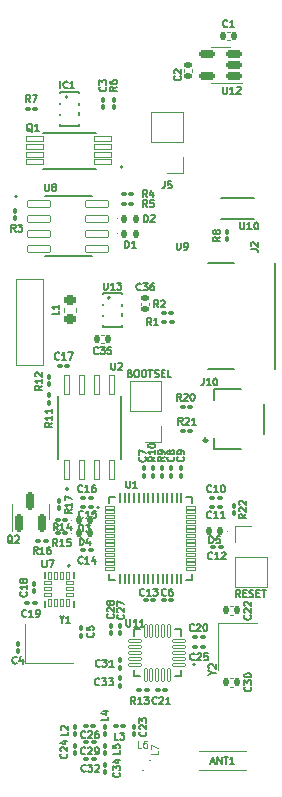
<source format=gto>
%TF.GenerationSoftware,KiCad,Pcbnew,7.0.2*%
%TF.CreationDate,2023-05-03T22:50:50+02:00*%
%TF.ProjectId,Frackstock,46726163-6b73-4746-9f63-6b2e6b696361,rev?*%
%TF.SameCoordinates,PX54f9b60PY6e87f28*%
%TF.FileFunction,Legend,Top*%
%TF.FilePolarity,Positive*%
%FSLAX46Y46*%
G04 Gerber Fmt 4.6, Leading zero omitted, Abs format (unit mm)*
G04 Created by KiCad (PCBNEW 7.0.2) date 2023-05-03 22:50:50*
%MOMM*%
%LPD*%
G01*
G04 APERTURE LIST*
G04 Aperture macros list*
%AMRoundRect*
0 Rectangle with rounded corners*
0 $1 Rounding radius*
0 $2 $3 $4 $5 $6 $7 $8 $9 X,Y pos of 4 corners*
0 Add a 4 corners polygon primitive as box body*
4,1,4,$2,$3,$4,$5,$6,$7,$8,$9,$2,$3,0*
0 Add four circle primitives for the rounded corners*
1,1,$1+$1,$2,$3*
1,1,$1+$1,$4,$5*
1,1,$1+$1,$6,$7*
1,1,$1+$1,$8,$9*
0 Add four rect primitives between the rounded corners*
20,1,$1+$1,$2,$3,$4,$5,0*
20,1,$1+$1,$4,$5,$6,$7,0*
20,1,$1+$1,$6,$7,$8,$9,0*
20,1,$1+$1,$8,$9,$2,$3,0*%
G04 Aperture macros list end*
%ADD10C,0.150000*%
%ADD11C,0.100000*%
%ADD12C,0.127000*%
%ADD13C,0.200000*%
%ADD14C,0.120000*%
%ADD15C,0.300000*%
%ADD16C,0.152400*%
%ADD17RoundRect,0.007800X0.512200X0.122200X-0.512200X0.122200X-0.512200X-0.122200X0.512200X-0.122200X0*%
%ADD18RoundRect,0.007800X-0.122200X0.512200X-0.122200X-0.512200X0.122200X-0.512200X0.122200X0.512200X0*%
%ADD19R,2.400000X2.400000*%
%ADD20RoundRect,0.147500X0.147500X0.172500X-0.147500X0.172500X-0.147500X-0.172500X0.147500X-0.172500X0*%
%ADD21RoundRect,0.100000X0.100000X-0.130000X0.100000X0.130000X-0.100000X0.130000X-0.100000X-0.130000X0*%
%ADD22RoundRect,0.100000X-0.130000X-0.100000X0.130000X-0.100000X0.130000X0.100000X-0.130000X0.100000X0*%
%ADD23RoundRect,0.100000X-0.100000X0.130000X-0.100000X-0.130000X0.100000X-0.130000X0.100000X0.130000X0*%
%ADD24RoundRect,0.100000X0.130000X0.100000X-0.130000X0.100000X-0.130000X-0.100000X0.130000X-0.100000X0*%
%ADD25R,2.200000X1.400000*%
%ADD26R,0.900000X1.400000*%
%ADD27R,1.700000X1.700000*%
%ADD28O,1.700000X1.700000*%
%ADD29RoundRect,0.150000X0.150000X-0.587500X0.150000X0.587500X-0.150000X0.587500X-0.150000X-0.587500X0*%
%ADD30RoundRect,0.147500X-0.147500X-0.172500X0.147500X-0.172500X0.147500X0.172500X-0.147500X0.172500X0*%
%ADD31RoundRect,0.006000X-0.414000X-0.094000X0.414000X-0.094000X0.414000X0.094000X-0.414000X0.094000X0*%
%ADD32RoundRect,0.020000X-0.080000X-0.400000X0.080000X-0.400000X0.080000X0.400000X-0.080000X0.400000X0*%
%ADD33R,3.100000X3.100000*%
%ADD34R,1.550000X0.600000*%
%ADD35R,1.800000X1.200000*%
%ADD36R,1.400000X1.200000*%
%ADD37RoundRect,0.020000X0.760000X0.180000X-0.760000X0.180000X-0.760000X-0.180000X0.760000X-0.180000X0*%
%ADD38R,1.400000X1.000000*%
%ADD39RoundRect,0.140000X-0.140000X-0.170000X0.140000X-0.170000X0.140000X0.170000X-0.140000X0.170000X0*%
%ADD40RoundRect,0.218750X0.256250X-0.218750X0.256250X0.218750X-0.256250X0.218750X-0.256250X-0.218750X0*%
%ADD41RoundRect,0.150000X0.512500X0.150000X-0.512500X0.150000X-0.512500X-0.150000X0.512500X-0.150000X0*%
%ADD42RoundRect,0.140000X0.170000X-0.140000X0.170000X0.140000X-0.170000X0.140000X-0.170000X-0.140000X0*%
%ADD43RoundRect,0.140000X0.140000X0.170000X-0.140000X0.170000X-0.140000X-0.170000X0.140000X-0.170000X0*%
%ADD44R,1.200000X1.400000*%
%ADD45R,1.200000X0.550000*%
%ADD46R,0.700000X0.300000*%
%ADD47R,0.700000X1.000000*%
%ADD48O,2.200000X1.100000*%
%ADD49O,2.600000X1.300000*%
%ADD50R,0.500000X0.500000*%
%ADD51R,1.690000X1.720000*%
%ADD52RoundRect,0.042000X-0.943000X-0.258000X0.943000X-0.258000X0.943000X0.258000X-0.943000X0.258000X0*%
%ADD53R,2.413000X3.302000*%
%ADD54C,1.501000*%
%ADD55R,0.650000X0.350000*%
%ADD56RoundRect,0.014000X-0.161000X0.281000X-0.161000X-0.281000X0.161000X-0.281000X0.161000X0.281000X0*%
%ADD57RoundRect,0.014000X-0.281000X-0.161000X0.281000X-0.161000X0.281000X0.161000X-0.281000X0.161000X0*%
%ADD58RoundRect,0.014000X0.161000X-0.281000X0.161000X0.281000X-0.161000X0.281000X-0.161000X-0.281000X0*%
%ADD59RoundRect,0.014000X0.281000X0.161000X-0.281000X0.161000X-0.281000X-0.161000X0.281000X-0.161000X0*%
%ADD60RoundRect,0.040600X0.249400X-0.764400X0.249400X0.764400X-0.249400X0.764400X-0.249400X-0.764400X0*%
%ADD61C,1.980000*%
%ADD62C,5.325000*%
%ADD63C,3.585000*%
G04 APERTURE END LIST*
D10*
X20032771Y28602229D02*
X19832771Y28887943D01*
X19689914Y28602229D02*
X19689914Y29202229D01*
X19689914Y29202229D02*
X19918485Y29202229D01*
X19918485Y29202229D02*
X19975628Y29173658D01*
X19975628Y29173658D02*
X20004199Y29145086D01*
X20004199Y29145086D02*
X20032771Y29087943D01*
X20032771Y29087943D02*
X20032771Y29002229D01*
X20032771Y29002229D02*
X20004199Y28945086D01*
X20004199Y28945086D02*
X19975628Y28916515D01*
X19975628Y28916515D02*
X19918485Y28887943D01*
X19918485Y28887943D02*
X19689914Y28887943D01*
X20289914Y28916515D02*
X20489914Y28916515D01*
X20575628Y28602229D02*
X20289914Y28602229D01*
X20289914Y28602229D02*
X20289914Y29202229D01*
X20289914Y29202229D02*
X20575628Y29202229D01*
X20804199Y28630800D02*
X20889914Y28602229D01*
X20889914Y28602229D02*
X21032771Y28602229D01*
X21032771Y28602229D02*
X21089914Y28630800D01*
X21089914Y28630800D02*
X21118485Y28659372D01*
X21118485Y28659372D02*
X21147056Y28716515D01*
X21147056Y28716515D02*
X21147056Y28773658D01*
X21147056Y28773658D02*
X21118485Y28830800D01*
X21118485Y28830800D02*
X21089914Y28859372D01*
X21089914Y28859372D02*
X21032771Y28887943D01*
X21032771Y28887943D02*
X20918485Y28916515D01*
X20918485Y28916515D02*
X20861342Y28945086D01*
X20861342Y28945086D02*
X20832771Y28973658D01*
X20832771Y28973658D02*
X20804199Y29030800D01*
X20804199Y29030800D02*
X20804199Y29087943D01*
X20804199Y29087943D02*
X20832771Y29145086D01*
X20832771Y29145086D02*
X20861342Y29173658D01*
X20861342Y29173658D02*
X20918485Y29202229D01*
X20918485Y29202229D02*
X21061342Y29202229D01*
X21061342Y29202229D02*
X21147056Y29173658D01*
X21404200Y28916515D02*
X21604200Y28916515D01*
X21689914Y28602229D02*
X21404200Y28602229D01*
X21404200Y28602229D02*
X21404200Y29202229D01*
X21404200Y29202229D02*
X21689914Y29202229D01*
X21861342Y29202229D02*
X22204200Y29202229D01*
X22032771Y28602229D02*
X22032771Y29202229D01*
X10701515Y47560115D02*
X10787229Y47531543D01*
X10787229Y47531543D02*
X10815800Y47502972D01*
X10815800Y47502972D02*
X10844372Y47445829D01*
X10844372Y47445829D02*
X10844372Y47360115D01*
X10844372Y47360115D02*
X10815800Y47302972D01*
X10815800Y47302972D02*
X10787229Y47274400D01*
X10787229Y47274400D02*
X10730086Y47245829D01*
X10730086Y47245829D02*
X10501515Y47245829D01*
X10501515Y47245829D02*
X10501515Y47845829D01*
X10501515Y47845829D02*
X10701515Y47845829D01*
X10701515Y47845829D02*
X10758658Y47817258D01*
X10758658Y47817258D02*
X10787229Y47788686D01*
X10787229Y47788686D02*
X10815800Y47731543D01*
X10815800Y47731543D02*
X10815800Y47674400D01*
X10815800Y47674400D02*
X10787229Y47617258D01*
X10787229Y47617258D02*
X10758658Y47588686D01*
X10758658Y47588686D02*
X10701515Y47560115D01*
X10701515Y47560115D02*
X10501515Y47560115D01*
X11215800Y47845829D02*
X11330086Y47845829D01*
X11330086Y47845829D02*
X11387229Y47817258D01*
X11387229Y47817258D02*
X11444372Y47760115D01*
X11444372Y47760115D02*
X11472943Y47645829D01*
X11472943Y47645829D02*
X11472943Y47445829D01*
X11472943Y47445829D02*
X11444372Y47331543D01*
X11444372Y47331543D02*
X11387229Y47274400D01*
X11387229Y47274400D02*
X11330086Y47245829D01*
X11330086Y47245829D02*
X11215800Y47245829D01*
X11215800Y47245829D02*
X11158658Y47274400D01*
X11158658Y47274400D02*
X11101515Y47331543D01*
X11101515Y47331543D02*
X11072943Y47445829D01*
X11072943Y47445829D02*
X11072943Y47645829D01*
X11072943Y47645829D02*
X11101515Y47760115D01*
X11101515Y47760115D02*
X11158658Y47817258D01*
X11158658Y47817258D02*
X11215800Y47845829D01*
X11844371Y47845829D02*
X11958657Y47845829D01*
X11958657Y47845829D02*
X12015800Y47817258D01*
X12015800Y47817258D02*
X12072943Y47760115D01*
X12072943Y47760115D02*
X12101514Y47645829D01*
X12101514Y47645829D02*
X12101514Y47445829D01*
X12101514Y47445829D02*
X12072943Y47331543D01*
X12072943Y47331543D02*
X12015800Y47274400D01*
X12015800Y47274400D02*
X11958657Y47245829D01*
X11958657Y47245829D02*
X11844371Y47245829D01*
X11844371Y47245829D02*
X11787229Y47274400D01*
X11787229Y47274400D02*
X11730086Y47331543D01*
X11730086Y47331543D02*
X11701514Y47445829D01*
X11701514Y47445829D02*
X11701514Y47645829D01*
X11701514Y47645829D02*
X11730086Y47760115D01*
X11730086Y47760115D02*
X11787229Y47817258D01*
X11787229Y47817258D02*
X11844371Y47845829D01*
X12272942Y47845829D02*
X12615800Y47845829D01*
X12444371Y47245829D02*
X12444371Y47845829D01*
X12787228Y47274400D02*
X12872943Y47245829D01*
X12872943Y47245829D02*
X13015800Y47245829D01*
X13015800Y47245829D02*
X13072943Y47274400D01*
X13072943Y47274400D02*
X13101514Y47302972D01*
X13101514Y47302972D02*
X13130085Y47360115D01*
X13130085Y47360115D02*
X13130085Y47417258D01*
X13130085Y47417258D02*
X13101514Y47474400D01*
X13101514Y47474400D02*
X13072943Y47502972D01*
X13072943Y47502972D02*
X13015800Y47531543D01*
X13015800Y47531543D02*
X12901514Y47560115D01*
X12901514Y47560115D02*
X12844371Y47588686D01*
X12844371Y47588686D02*
X12815800Y47617258D01*
X12815800Y47617258D02*
X12787228Y47674400D01*
X12787228Y47674400D02*
X12787228Y47731543D01*
X12787228Y47731543D02*
X12815800Y47788686D01*
X12815800Y47788686D02*
X12844371Y47817258D01*
X12844371Y47817258D02*
X12901514Y47845829D01*
X12901514Y47845829D02*
X13044371Y47845829D01*
X13044371Y47845829D02*
X13130085Y47817258D01*
X13387229Y47560115D02*
X13587229Y47560115D01*
X13672943Y47245829D02*
X13387229Y47245829D01*
X13387229Y47245829D02*
X13387229Y47845829D01*
X13387229Y47845829D02*
X13672943Y47845829D01*
X14215800Y47245829D02*
X13930086Y47245829D01*
X13930086Y47245829D02*
X13930086Y47845829D01*
%TO.C,U11*%
X10407743Y26713029D02*
X10407743Y26227315D01*
X10407743Y26227315D02*
X10436314Y26170172D01*
X10436314Y26170172D02*
X10464886Y26141600D01*
X10464886Y26141600D02*
X10522028Y26113029D01*
X10522028Y26113029D02*
X10636314Y26113029D01*
X10636314Y26113029D02*
X10693457Y26141600D01*
X10693457Y26141600D02*
X10722028Y26170172D01*
X10722028Y26170172D02*
X10750600Y26227315D01*
X10750600Y26227315D02*
X10750600Y26713029D01*
X11350599Y26113029D02*
X11007742Y26113029D01*
X11179171Y26113029D02*
X11179171Y26713029D01*
X11179171Y26713029D02*
X11122028Y26627315D01*
X11122028Y26627315D02*
X11064885Y26570172D01*
X11064885Y26570172D02*
X11007742Y26541600D01*
X11922028Y26113029D02*
X11579171Y26113029D01*
X11750600Y26113029D02*
X11750600Y26713029D01*
X11750600Y26713029D02*
X11693457Y26627315D01*
X11693457Y26627315D02*
X11636314Y26570172D01*
X11636314Y26570172D02*
X11579171Y26541600D01*
%TO.C,D5*%
X17438743Y33148829D02*
X17438743Y33748829D01*
X17438743Y33748829D02*
X17581600Y33748829D01*
X17581600Y33748829D02*
X17667314Y33720258D01*
X17667314Y33720258D02*
X17724457Y33663115D01*
X17724457Y33663115D02*
X17753028Y33605972D01*
X17753028Y33605972D02*
X17781600Y33491686D01*
X17781600Y33491686D02*
X17781600Y33405972D01*
X17781600Y33405972D02*
X17753028Y33291686D01*
X17753028Y33291686D02*
X17724457Y33234543D01*
X17724457Y33234543D02*
X17667314Y33177400D01*
X17667314Y33177400D02*
X17581600Y33148829D01*
X17581600Y33148829D02*
X17438743Y33148829D01*
X18324457Y33748829D02*
X18038743Y33748829D01*
X18038743Y33748829D02*
X18010171Y33463115D01*
X18010171Y33463115D02*
X18038743Y33491686D01*
X18038743Y33491686D02*
X18095886Y33520258D01*
X18095886Y33520258D02*
X18238743Y33520258D01*
X18238743Y33520258D02*
X18295886Y33491686D01*
X18295886Y33491686D02*
X18324457Y33463115D01*
X18324457Y33463115D02*
X18353028Y33405972D01*
X18353028Y33405972D02*
X18353028Y33263115D01*
X18353028Y33263115D02*
X18324457Y33205972D01*
X18324457Y33205972D02*
X18295886Y33177400D01*
X18295886Y33177400D02*
X18238743Y33148829D01*
X18238743Y33148829D02*
X18095886Y33148829D01*
X18095886Y33148829D02*
X18038743Y33177400D01*
X18038743Y33177400D02*
X18010171Y33205972D01*
%TO.C,C27*%
X10151628Y27122486D02*
X10180200Y27093914D01*
X10180200Y27093914D02*
X10208771Y27008200D01*
X10208771Y27008200D02*
X10208771Y26951057D01*
X10208771Y26951057D02*
X10180200Y26865343D01*
X10180200Y26865343D02*
X10123057Y26808200D01*
X10123057Y26808200D02*
X10065914Y26779629D01*
X10065914Y26779629D02*
X9951628Y26751057D01*
X9951628Y26751057D02*
X9865914Y26751057D01*
X9865914Y26751057D02*
X9751628Y26779629D01*
X9751628Y26779629D02*
X9694485Y26808200D01*
X9694485Y26808200D02*
X9637342Y26865343D01*
X9637342Y26865343D02*
X9608771Y26951057D01*
X9608771Y26951057D02*
X9608771Y27008200D01*
X9608771Y27008200D02*
X9637342Y27093914D01*
X9637342Y27093914D02*
X9665914Y27122486D01*
X9665914Y27351057D02*
X9637342Y27379629D01*
X9637342Y27379629D02*
X9608771Y27436771D01*
X9608771Y27436771D02*
X9608771Y27579629D01*
X9608771Y27579629D02*
X9637342Y27636771D01*
X9637342Y27636771D02*
X9665914Y27665343D01*
X9665914Y27665343D02*
X9723057Y27693914D01*
X9723057Y27693914D02*
X9780200Y27693914D01*
X9780200Y27693914D02*
X9865914Y27665343D01*
X9865914Y27665343D02*
X10208771Y27322486D01*
X10208771Y27322486D02*
X10208771Y27693914D01*
X9608771Y27893915D02*
X9608771Y28293915D01*
X9608771Y28293915D02*
X10208771Y28036772D01*
%TO.C,R14*%
X4589485Y34266429D02*
X4389485Y34552143D01*
X4246628Y34266429D02*
X4246628Y34866429D01*
X4246628Y34866429D02*
X4475199Y34866429D01*
X4475199Y34866429D02*
X4532342Y34837858D01*
X4532342Y34837858D02*
X4560913Y34809286D01*
X4560913Y34809286D02*
X4589485Y34752143D01*
X4589485Y34752143D02*
X4589485Y34666429D01*
X4589485Y34666429D02*
X4560913Y34609286D01*
X4560913Y34609286D02*
X4532342Y34580715D01*
X4532342Y34580715D02*
X4475199Y34552143D01*
X4475199Y34552143D02*
X4246628Y34552143D01*
X5160913Y34266429D02*
X4818056Y34266429D01*
X4989485Y34266429D02*
X4989485Y34866429D01*
X4989485Y34866429D02*
X4932342Y34780715D01*
X4932342Y34780715D02*
X4875199Y34723572D01*
X4875199Y34723572D02*
X4818056Y34695000D01*
X5675200Y34666429D02*
X5675200Y34266429D01*
X5532342Y34895000D02*
X5389485Y34466429D01*
X5389485Y34466429D02*
X5760914Y34466429D01*
%TO.C,R3*%
X1017600Y59539429D02*
X817600Y59825143D01*
X674743Y59539429D02*
X674743Y60139429D01*
X674743Y60139429D02*
X903314Y60139429D01*
X903314Y60139429D02*
X960457Y60110858D01*
X960457Y60110858D02*
X989028Y60082286D01*
X989028Y60082286D02*
X1017600Y60025143D01*
X1017600Y60025143D02*
X1017600Y59939429D01*
X1017600Y59939429D02*
X989028Y59882286D01*
X989028Y59882286D02*
X960457Y59853715D01*
X960457Y59853715D02*
X903314Y59825143D01*
X903314Y59825143D02*
X674743Y59825143D01*
X1217600Y60139429D02*
X1589028Y60139429D01*
X1589028Y60139429D02*
X1389028Y59910858D01*
X1389028Y59910858D02*
X1474743Y59910858D01*
X1474743Y59910858D02*
X1531886Y59882286D01*
X1531886Y59882286D02*
X1560457Y59853715D01*
X1560457Y59853715D02*
X1589028Y59796572D01*
X1589028Y59796572D02*
X1589028Y59653715D01*
X1589028Y59653715D02*
X1560457Y59596572D01*
X1560457Y59596572D02*
X1531886Y59568000D01*
X1531886Y59568000D02*
X1474743Y59539429D01*
X1474743Y59539429D02*
X1303314Y59539429D01*
X1303314Y59539429D02*
X1246171Y59568000D01*
X1246171Y59568000D02*
X1217600Y59596572D01*
%TO.C,C9*%
X15228628Y40463801D02*
X15257200Y40435229D01*
X15257200Y40435229D02*
X15285771Y40349515D01*
X15285771Y40349515D02*
X15285771Y40292372D01*
X15285771Y40292372D02*
X15257200Y40206658D01*
X15257200Y40206658D02*
X15200057Y40149515D01*
X15200057Y40149515D02*
X15142914Y40120944D01*
X15142914Y40120944D02*
X15028628Y40092372D01*
X15028628Y40092372D02*
X14942914Y40092372D01*
X14942914Y40092372D02*
X14828628Y40120944D01*
X14828628Y40120944D02*
X14771485Y40149515D01*
X14771485Y40149515D02*
X14714342Y40206658D01*
X14714342Y40206658D02*
X14685771Y40292372D01*
X14685771Y40292372D02*
X14685771Y40349515D01*
X14685771Y40349515D02*
X14714342Y40435229D01*
X14714342Y40435229D02*
X14742914Y40463801D01*
X15285771Y40749515D02*
X15285771Y40863801D01*
X15285771Y40863801D02*
X15257200Y40920944D01*
X15257200Y40920944D02*
X15228628Y40949515D01*
X15228628Y40949515D02*
X15142914Y41006658D01*
X15142914Y41006658D02*
X15028628Y41035229D01*
X15028628Y41035229D02*
X14800057Y41035229D01*
X14800057Y41035229D02*
X14742914Y41006658D01*
X14742914Y41006658D02*
X14714342Y40978086D01*
X14714342Y40978086D02*
X14685771Y40920944D01*
X14685771Y40920944D02*
X14685771Y40806658D01*
X14685771Y40806658D02*
X14714342Y40749515D01*
X14714342Y40749515D02*
X14742914Y40720944D01*
X14742914Y40720944D02*
X14800057Y40692372D01*
X14800057Y40692372D02*
X14942914Y40692372D01*
X14942914Y40692372D02*
X15000057Y40720944D01*
X15000057Y40720944D02*
X15028628Y40749515D01*
X15028628Y40749515D02*
X15057200Y40806658D01*
X15057200Y40806658D02*
X15057200Y40920944D01*
X15057200Y40920944D02*
X15028628Y40978086D01*
X15028628Y40978086D02*
X15000057Y41006658D01*
X15000057Y41006658D02*
X14942914Y41035229D01*
%TO.C,C6*%
X13768400Y28786372D02*
X13739828Y28757800D01*
X13739828Y28757800D02*
X13654114Y28729229D01*
X13654114Y28729229D02*
X13596971Y28729229D01*
X13596971Y28729229D02*
X13511257Y28757800D01*
X13511257Y28757800D02*
X13454114Y28814943D01*
X13454114Y28814943D02*
X13425543Y28872086D01*
X13425543Y28872086D02*
X13396971Y28986372D01*
X13396971Y28986372D02*
X13396971Y29072086D01*
X13396971Y29072086D02*
X13425543Y29186372D01*
X13425543Y29186372D02*
X13454114Y29243515D01*
X13454114Y29243515D02*
X13511257Y29300658D01*
X13511257Y29300658D02*
X13596971Y29329229D01*
X13596971Y29329229D02*
X13654114Y29329229D01*
X13654114Y29329229D02*
X13739828Y29300658D01*
X13739828Y29300658D02*
X13768400Y29272086D01*
X14282686Y29329229D02*
X14168400Y29329229D01*
X14168400Y29329229D02*
X14111257Y29300658D01*
X14111257Y29300658D02*
X14082686Y29272086D01*
X14082686Y29272086D02*
X14025543Y29186372D01*
X14025543Y29186372D02*
X13996971Y29072086D01*
X13996971Y29072086D02*
X13996971Y28843515D01*
X13996971Y28843515D02*
X14025543Y28786372D01*
X14025543Y28786372D02*
X14054114Y28757800D01*
X14054114Y28757800D02*
X14111257Y28729229D01*
X14111257Y28729229D02*
X14225543Y28729229D01*
X14225543Y28729229D02*
X14282686Y28757800D01*
X14282686Y28757800D02*
X14311257Y28786372D01*
X14311257Y28786372D02*
X14339828Y28843515D01*
X14339828Y28843515D02*
X14339828Y28986372D01*
X14339828Y28986372D02*
X14311257Y29043515D01*
X14311257Y29043515D02*
X14282686Y29072086D01*
X14282686Y29072086D02*
X14225543Y29100658D01*
X14225543Y29100658D02*
X14111257Y29100658D01*
X14111257Y29100658D02*
X14054114Y29072086D01*
X14054114Y29072086D02*
X14025543Y29043515D01*
X14025543Y29043515D02*
X13996971Y28986372D01*
%TO.C,C33*%
X8123285Y21191772D02*
X8094713Y21163200D01*
X8094713Y21163200D02*
X8008999Y21134629D01*
X8008999Y21134629D02*
X7951856Y21134629D01*
X7951856Y21134629D02*
X7866142Y21163200D01*
X7866142Y21163200D02*
X7808999Y21220343D01*
X7808999Y21220343D02*
X7780428Y21277486D01*
X7780428Y21277486D02*
X7751856Y21391772D01*
X7751856Y21391772D02*
X7751856Y21477486D01*
X7751856Y21477486D02*
X7780428Y21591772D01*
X7780428Y21591772D02*
X7808999Y21648915D01*
X7808999Y21648915D02*
X7866142Y21706058D01*
X7866142Y21706058D02*
X7951856Y21734629D01*
X7951856Y21734629D02*
X8008999Y21734629D01*
X8008999Y21734629D02*
X8094713Y21706058D01*
X8094713Y21706058D02*
X8123285Y21677486D01*
X8323285Y21734629D02*
X8694713Y21734629D01*
X8694713Y21734629D02*
X8494713Y21506058D01*
X8494713Y21506058D02*
X8580428Y21506058D01*
X8580428Y21506058D02*
X8637571Y21477486D01*
X8637571Y21477486D02*
X8666142Y21448915D01*
X8666142Y21448915D02*
X8694713Y21391772D01*
X8694713Y21391772D02*
X8694713Y21248915D01*
X8694713Y21248915D02*
X8666142Y21191772D01*
X8666142Y21191772D02*
X8637571Y21163200D01*
X8637571Y21163200D02*
X8580428Y21134629D01*
X8580428Y21134629D02*
X8408999Y21134629D01*
X8408999Y21134629D02*
X8351856Y21163200D01*
X8351856Y21163200D02*
X8323285Y21191772D01*
X8894714Y21734629D02*
X9266142Y21734629D01*
X9266142Y21734629D02*
X9066142Y21506058D01*
X9066142Y21506058D02*
X9151857Y21506058D01*
X9151857Y21506058D02*
X9209000Y21477486D01*
X9209000Y21477486D02*
X9237571Y21448915D01*
X9237571Y21448915D02*
X9266142Y21391772D01*
X9266142Y21391772D02*
X9266142Y21248915D01*
X9266142Y21248915D02*
X9237571Y21191772D01*
X9237571Y21191772D02*
X9209000Y21163200D01*
X9209000Y21163200D02*
X9151857Y21134629D01*
X9151857Y21134629D02*
X8980428Y21134629D01*
X8980428Y21134629D02*
X8923285Y21163200D01*
X8923285Y21163200D02*
X8894714Y21191772D01*
%TO.C,R12*%
X3271571Y46502686D02*
X2985857Y46302686D01*
X3271571Y46159829D02*
X2671571Y46159829D01*
X2671571Y46159829D02*
X2671571Y46388400D01*
X2671571Y46388400D02*
X2700142Y46445543D01*
X2700142Y46445543D02*
X2728714Y46474114D01*
X2728714Y46474114D02*
X2785857Y46502686D01*
X2785857Y46502686D02*
X2871571Y46502686D01*
X2871571Y46502686D02*
X2928714Y46474114D01*
X2928714Y46474114D02*
X2957285Y46445543D01*
X2957285Y46445543D02*
X2985857Y46388400D01*
X2985857Y46388400D02*
X2985857Y46159829D01*
X3271571Y47074114D02*
X3271571Y46731257D01*
X3271571Y46902686D02*
X2671571Y46902686D01*
X2671571Y46902686D02*
X2757285Y46845543D01*
X2757285Y46845543D02*
X2814428Y46788400D01*
X2814428Y46788400D02*
X2843000Y46731257D01*
X2728714Y47302686D02*
X2700142Y47331258D01*
X2700142Y47331258D02*
X2671571Y47388400D01*
X2671571Y47388400D02*
X2671571Y47531258D01*
X2671571Y47531258D02*
X2700142Y47588400D01*
X2700142Y47588400D02*
X2728714Y47616972D01*
X2728714Y47616972D02*
X2785857Y47645543D01*
X2785857Y47645543D02*
X2843000Y47645543D01*
X2843000Y47645543D02*
X2928714Y47616972D01*
X2928714Y47616972D02*
X3271571Y47274115D01*
X3271571Y47274115D02*
X3271571Y47645543D01*
%TO.C,R22*%
X20546771Y35631486D02*
X20261057Y35431486D01*
X20546771Y35288629D02*
X19946771Y35288629D01*
X19946771Y35288629D02*
X19946771Y35517200D01*
X19946771Y35517200D02*
X19975342Y35574343D01*
X19975342Y35574343D02*
X20003914Y35602914D01*
X20003914Y35602914D02*
X20061057Y35631486D01*
X20061057Y35631486D02*
X20146771Y35631486D01*
X20146771Y35631486D02*
X20203914Y35602914D01*
X20203914Y35602914D02*
X20232485Y35574343D01*
X20232485Y35574343D02*
X20261057Y35517200D01*
X20261057Y35517200D02*
X20261057Y35288629D01*
X20003914Y35860057D02*
X19975342Y35888629D01*
X19975342Y35888629D02*
X19946771Y35945771D01*
X19946771Y35945771D02*
X19946771Y36088629D01*
X19946771Y36088629D02*
X19975342Y36145771D01*
X19975342Y36145771D02*
X20003914Y36174343D01*
X20003914Y36174343D02*
X20061057Y36202914D01*
X20061057Y36202914D02*
X20118200Y36202914D01*
X20118200Y36202914D02*
X20203914Y36174343D01*
X20203914Y36174343D02*
X20546771Y35831486D01*
X20546771Y35831486D02*
X20546771Y36202914D01*
X20003914Y36431486D02*
X19975342Y36460058D01*
X19975342Y36460058D02*
X19946771Y36517200D01*
X19946771Y36517200D02*
X19946771Y36660058D01*
X19946771Y36660058D02*
X19975342Y36717200D01*
X19975342Y36717200D02*
X20003914Y36745772D01*
X20003914Y36745772D02*
X20061057Y36774343D01*
X20061057Y36774343D02*
X20118200Y36774343D01*
X20118200Y36774343D02*
X20203914Y36745772D01*
X20203914Y36745772D02*
X20546771Y36402915D01*
X20546771Y36402915D02*
X20546771Y36774343D01*
%TO.C,R4*%
X12139600Y62485829D02*
X11939600Y62771543D01*
X11796743Y62485829D02*
X11796743Y63085829D01*
X11796743Y63085829D02*
X12025314Y63085829D01*
X12025314Y63085829D02*
X12082457Y63057258D01*
X12082457Y63057258D02*
X12111028Y63028686D01*
X12111028Y63028686D02*
X12139600Y62971543D01*
X12139600Y62971543D02*
X12139600Y62885829D01*
X12139600Y62885829D02*
X12111028Y62828686D01*
X12111028Y62828686D02*
X12082457Y62800115D01*
X12082457Y62800115D02*
X12025314Y62771543D01*
X12025314Y62771543D02*
X11796743Y62771543D01*
X12653886Y62885829D02*
X12653886Y62485829D01*
X12511028Y63114400D02*
X12368171Y62685829D01*
X12368171Y62685829D02*
X12739600Y62685829D01*
%TO.C,U10*%
X20056543Y60342629D02*
X20056543Y59856915D01*
X20056543Y59856915D02*
X20085114Y59799772D01*
X20085114Y59799772D02*
X20113686Y59771200D01*
X20113686Y59771200D02*
X20170828Y59742629D01*
X20170828Y59742629D02*
X20285114Y59742629D01*
X20285114Y59742629D02*
X20342257Y59771200D01*
X20342257Y59771200D02*
X20370828Y59799772D01*
X20370828Y59799772D02*
X20399400Y59856915D01*
X20399400Y59856915D02*
X20399400Y60342629D01*
X20999399Y59742629D02*
X20656542Y59742629D01*
X20827971Y59742629D02*
X20827971Y60342629D01*
X20827971Y60342629D02*
X20770828Y60256915D01*
X20770828Y60256915D02*
X20713685Y60199772D01*
X20713685Y60199772D02*
X20656542Y60171200D01*
X21370828Y60342629D02*
X21427971Y60342629D01*
X21427971Y60342629D02*
X21485114Y60314058D01*
X21485114Y60314058D02*
X21513686Y60285486D01*
X21513686Y60285486D02*
X21542257Y60228343D01*
X21542257Y60228343D02*
X21570828Y60114058D01*
X21570828Y60114058D02*
X21570828Y59971200D01*
X21570828Y59971200D02*
X21542257Y59856915D01*
X21542257Y59856915D02*
X21513686Y59799772D01*
X21513686Y59799772D02*
X21485114Y59771200D01*
X21485114Y59771200D02*
X21427971Y59742629D01*
X21427971Y59742629D02*
X21370828Y59742629D01*
X21370828Y59742629D02*
X21313686Y59771200D01*
X21313686Y59771200D02*
X21285114Y59799772D01*
X21285114Y59799772D02*
X21256543Y59856915D01*
X21256543Y59856915D02*
X21227971Y59971200D01*
X21227971Y59971200D02*
X21227971Y60114058D01*
X21227971Y60114058D02*
X21256543Y60228343D01*
X21256543Y60228343D02*
X21285114Y60285486D01*
X21285114Y60285486D02*
X21313686Y60314058D01*
X21313686Y60314058D02*
X21370828Y60342629D01*
%TO.C,L2*%
X5433771Y17197201D02*
X5433771Y16911487D01*
X5433771Y16911487D02*
X4833771Y16911487D01*
X4890914Y17368629D02*
X4862342Y17397201D01*
X4862342Y17397201D02*
X4833771Y17454343D01*
X4833771Y17454343D02*
X4833771Y17597201D01*
X4833771Y17597201D02*
X4862342Y17654343D01*
X4862342Y17654343D02*
X4890914Y17682915D01*
X4890914Y17682915D02*
X4948057Y17711486D01*
X4948057Y17711486D02*
X5005200Y17711486D01*
X5005200Y17711486D02*
X5090914Y17682915D01*
X5090914Y17682915D02*
X5433771Y17340058D01*
X5433771Y17340058D02*
X5433771Y17711486D01*
%TO.C,C31*%
X8174085Y22766572D02*
X8145513Y22738000D01*
X8145513Y22738000D02*
X8059799Y22709429D01*
X8059799Y22709429D02*
X8002656Y22709429D01*
X8002656Y22709429D02*
X7916942Y22738000D01*
X7916942Y22738000D02*
X7859799Y22795143D01*
X7859799Y22795143D02*
X7831228Y22852286D01*
X7831228Y22852286D02*
X7802656Y22966572D01*
X7802656Y22966572D02*
X7802656Y23052286D01*
X7802656Y23052286D02*
X7831228Y23166572D01*
X7831228Y23166572D02*
X7859799Y23223715D01*
X7859799Y23223715D02*
X7916942Y23280858D01*
X7916942Y23280858D02*
X8002656Y23309429D01*
X8002656Y23309429D02*
X8059799Y23309429D01*
X8059799Y23309429D02*
X8145513Y23280858D01*
X8145513Y23280858D02*
X8174085Y23252286D01*
X8374085Y23309429D02*
X8745513Y23309429D01*
X8745513Y23309429D02*
X8545513Y23080858D01*
X8545513Y23080858D02*
X8631228Y23080858D01*
X8631228Y23080858D02*
X8688371Y23052286D01*
X8688371Y23052286D02*
X8716942Y23023715D01*
X8716942Y23023715D02*
X8745513Y22966572D01*
X8745513Y22966572D02*
X8745513Y22823715D01*
X8745513Y22823715D02*
X8716942Y22766572D01*
X8716942Y22766572D02*
X8688371Y22738000D01*
X8688371Y22738000D02*
X8631228Y22709429D01*
X8631228Y22709429D02*
X8459799Y22709429D01*
X8459799Y22709429D02*
X8402656Y22738000D01*
X8402656Y22738000D02*
X8374085Y22766572D01*
X9316942Y22709429D02*
X8974085Y22709429D01*
X9145514Y22709429D02*
X9145514Y23309429D01*
X9145514Y23309429D02*
X9088371Y23223715D01*
X9088371Y23223715D02*
X9031228Y23166572D01*
X9031228Y23166572D02*
X8974085Y23138000D01*
%TO.C,R16*%
X2890885Y32285229D02*
X2690885Y32570943D01*
X2548028Y32285229D02*
X2548028Y32885229D01*
X2548028Y32885229D02*
X2776599Y32885229D01*
X2776599Y32885229D02*
X2833742Y32856658D01*
X2833742Y32856658D02*
X2862313Y32828086D01*
X2862313Y32828086D02*
X2890885Y32770943D01*
X2890885Y32770943D02*
X2890885Y32685229D01*
X2890885Y32685229D02*
X2862313Y32628086D01*
X2862313Y32628086D02*
X2833742Y32599515D01*
X2833742Y32599515D02*
X2776599Y32570943D01*
X2776599Y32570943D02*
X2548028Y32570943D01*
X3462313Y32285229D02*
X3119456Y32285229D01*
X3290885Y32285229D02*
X3290885Y32885229D01*
X3290885Y32885229D02*
X3233742Y32799515D01*
X3233742Y32799515D02*
X3176599Y32742372D01*
X3176599Y32742372D02*
X3119456Y32713800D01*
X3976600Y32885229D02*
X3862314Y32885229D01*
X3862314Y32885229D02*
X3805171Y32856658D01*
X3805171Y32856658D02*
X3776600Y32828086D01*
X3776600Y32828086D02*
X3719457Y32742372D01*
X3719457Y32742372D02*
X3690885Y32628086D01*
X3690885Y32628086D02*
X3690885Y32399515D01*
X3690885Y32399515D02*
X3719457Y32342372D01*
X3719457Y32342372D02*
X3748028Y32313800D01*
X3748028Y32313800D02*
X3805171Y32285229D01*
X3805171Y32285229D02*
X3919457Y32285229D01*
X3919457Y32285229D02*
X3976600Y32313800D01*
X3976600Y32313800D02*
X4005171Y32342372D01*
X4005171Y32342372D02*
X4033742Y32399515D01*
X4033742Y32399515D02*
X4033742Y32542372D01*
X4033742Y32542372D02*
X4005171Y32599515D01*
X4005171Y32599515D02*
X3976600Y32628086D01*
X3976600Y32628086D02*
X3919457Y32656658D01*
X3919457Y32656658D02*
X3805171Y32656658D01*
X3805171Y32656658D02*
X3748028Y32628086D01*
X3748028Y32628086D02*
X3719457Y32599515D01*
X3719457Y32599515D02*
X3690885Y32542372D01*
%TO.C,C19*%
X1925685Y27008172D02*
X1897113Y26979600D01*
X1897113Y26979600D02*
X1811399Y26951029D01*
X1811399Y26951029D02*
X1754256Y26951029D01*
X1754256Y26951029D02*
X1668542Y26979600D01*
X1668542Y26979600D02*
X1611399Y27036743D01*
X1611399Y27036743D02*
X1582828Y27093886D01*
X1582828Y27093886D02*
X1554256Y27208172D01*
X1554256Y27208172D02*
X1554256Y27293886D01*
X1554256Y27293886D02*
X1582828Y27408172D01*
X1582828Y27408172D02*
X1611399Y27465315D01*
X1611399Y27465315D02*
X1668542Y27522458D01*
X1668542Y27522458D02*
X1754256Y27551029D01*
X1754256Y27551029D02*
X1811399Y27551029D01*
X1811399Y27551029D02*
X1897113Y27522458D01*
X1897113Y27522458D02*
X1925685Y27493886D01*
X2497113Y26951029D02*
X2154256Y26951029D01*
X2325685Y26951029D02*
X2325685Y27551029D01*
X2325685Y27551029D02*
X2268542Y27465315D01*
X2268542Y27465315D02*
X2211399Y27408172D01*
X2211399Y27408172D02*
X2154256Y27379600D01*
X2782828Y26951029D02*
X2897114Y26951029D01*
X2897114Y26951029D02*
X2954257Y26979600D01*
X2954257Y26979600D02*
X2982828Y27008172D01*
X2982828Y27008172D02*
X3039971Y27093886D01*
X3039971Y27093886D02*
X3068542Y27208172D01*
X3068542Y27208172D02*
X3068542Y27436743D01*
X3068542Y27436743D02*
X3039971Y27493886D01*
X3039971Y27493886D02*
X3011400Y27522458D01*
X3011400Y27522458D02*
X2954257Y27551029D01*
X2954257Y27551029D02*
X2839971Y27551029D01*
X2839971Y27551029D02*
X2782828Y27522458D01*
X2782828Y27522458D02*
X2754257Y27493886D01*
X2754257Y27493886D02*
X2725685Y27436743D01*
X2725685Y27436743D02*
X2725685Y27293886D01*
X2725685Y27293886D02*
X2754257Y27236743D01*
X2754257Y27236743D02*
X2782828Y27208172D01*
X2782828Y27208172D02*
X2839971Y27179600D01*
X2839971Y27179600D02*
X2954257Y27179600D01*
X2954257Y27179600D02*
X3011400Y27208172D01*
X3011400Y27208172D02*
X3039971Y27236743D01*
X3039971Y27236743D02*
X3068542Y27293886D01*
%TO.C,Q2*%
X777857Y33167886D02*
X720714Y33196458D01*
X720714Y33196458D02*
X663571Y33253600D01*
X663571Y33253600D02*
X577857Y33339315D01*
X577857Y33339315D02*
X520714Y33367886D01*
X520714Y33367886D02*
X463571Y33367886D01*
X492142Y33225029D02*
X435000Y33253600D01*
X435000Y33253600D02*
X377857Y33310743D01*
X377857Y33310743D02*
X349285Y33425029D01*
X349285Y33425029D02*
X349285Y33625029D01*
X349285Y33625029D02*
X377857Y33739315D01*
X377857Y33739315D02*
X435000Y33796458D01*
X435000Y33796458D02*
X492142Y33825029D01*
X492142Y33825029D02*
X606428Y33825029D01*
X606428Y33825029D02*
X663571Y33796458D01*
X663571Y33796458D02*
X720714Y33739315D01*
X720714Y33739315D02*
X749285Y33625029D01*
X749285Y33625029D02*
X749285Y33425029D01*
X749285Y33425029D02*
X720714Y33310743D01*
X720714Y33310743D02*
X663571Y33253600D01*
X663571Y33253600D02*
X606428Y33225029D01*
X606428Y33225029D02*
X492142Y33225029D01*
X977856Y33767886D02*
X1006428Y33796458D01*
X1006428Y33796458D02*
X1063571Y33825029D01*
X1063571Y33825029D02*
X1206428Y33825029D01*
X1206428Y33825029D02*
X1263571Y33796458D01*
X1263571Y33796458D02*
X1292142Y33767886D01*
X1292142Y33767886D02*
X1320713Y33710743D01*
X1320713Y33710743D02*
X1320713Y33653600D01*
X1320713Y33653600D02*
X1292142Y33567886D01*
X1292142Y33567886D02*
X949285Y33225029D01*
X949285Y33225029D02*
X1320713Y33225029D01*
%TO.C,R13*%
X11145685Y19559829D02*
X10945685Y19845543D01*
X10802828Y19559829D02*
X10802828Y20159829D01*
X10802828Y20159829D02*
X11031399Y20159829D01*
X11031399Y20159829D02*
X11088542Y20131258D01*
X11088542Y20131258D02*
X11117113Y20102686D01*
X11117113Y20102686D02*
X11145685Y20045543D01*
X11145685Y20045543D02*
X11145685Y19959829D01*
X11145685Y19959829D02*
X11117113Y19902686D01*
X11117113Y19902686D02*
X11088542Y19874115D01*
X11088542Y19874115D02*
X11031399Y19845543D01*
X11031399Y19845543D02*
X10802828Y19845543D01*
X11717113Y19559829D02*
X11374256Y19559829D01*
X11545685Y19559829D02*
X11545685Y20159829D01*
X11545685Y20159829D02*
X11488542Y20074115D01*
X11488542Y20074115D02*
X11431399Y20016972D01*
X11431399Y20016972D02*
X11374256Y19988400D01*
X11917114Y20159829D02*
X12288542Y20159829D01*
X12288542Y20159829D02*
X12088542Y19931258D01*
X12088542Y19931258D02*
X12174257Y19931258D01*
X12174257Y19931258D02*
X12231400Y19902686D01*
X12231400Y19902686D02*
X12259971Y19874115D01*
X12259971Y19874115D02*
X12288542Y19816972D01*
X12288542Y19816972D02*
X12288542Y19674115D01*
X12288542Y19674115D02*
X12259971Y19616972D01*
X12259971Y19616972D02*
X12231400Y19588400D01*
X12231400Y19588400D02*
X12174257Y19559829D01*
X12174257Y19559829D02*
X12002828Y19559829D01*
X12002828Y19559829D02*
X11945685Y19588400D01*
X11945685Y19588400D02*
X11917114Y19616972D01*
%TO.C,D4*%
X6437343Y32996429D02*
X6437343Y33596429D01*
X6437343Y33596429D02*
X6580200Y33596429D01*
X6580200Y33596429D02*
X6665914Y33567858D01*
X6665914Y33567858D02*
X6723057Y33510715D01*
X6723057Y33510715D02*
X6751628Y33453572D01*
X6751628Y33453572D02*
X6780200Y33339286D01*
X6780200Y33339286D02*
X6780200Y33253572D01*
X6780200Y33253572D02*
X6751628Y33139286D01*
X6751628Y33139286D02*
X6723057Y33082143D01*
X6723057Y33082143D02*
X6665914Y33025000D01*
X6665914Y33025000D02*
X6580200Y32996429D01*
X6580200Y32996429D02*
X6437343Y32996429D01*
X7294486Y33396429D02*
X7294486Y32996429D01*
X7151628Y33625000D02*
X7008771Y33196429D01*
X7008771Y33196429D02*
X7380200Y33196429D01*
%TO.C,D3*%
X6411943Y34139429D02*
X6411943Y34739429D01*
X6411943Y34739429D02*
X6554800Y34739429D01*
X6554800Y34739429D02*
X6640514Y34710858D01*
X6640514Y34710858D02*
X6697657Y34653715D01*
X6697657Y34653715D02*
X6726228Y34596572D01*
X6726228Y34596572D02*
X6754800Y34482286D01*
X6754800Y34482286D02*
X6754800Y34396572D01*
X6754800Y34396572D02*
X6726228Y34282286D01*
X6726228Y34282286D02*
X6697657Y34225143D01*
X6697657Y34225143D02*
X6640514Y34168000D01*
X6640514Y34168000D02*
X6554800Y34139429D01*
X6554800Y34139429D02*
X6411943Y34139429D01*
X6954800Y34739429D02*
X7326228Y34739429D01*
X7326228Y34739429D02*
X7126228Y34510858D01*
X7126228Y34510858D02*
X7211943Y34510858D01*
X7211943Y34510858D02*
X7269086Y34482286D01*
X7269086Y34482286D02*
X7297657Y34453715D01*
X7297657Y34453715D02*
X7326228Y34396572D01*
X7326228Y34396572D02*
X7326228Y34253715D01*
X7326228Y34253715D02*
X7297657Y34196572D01*
X7297657Y34196572D02*
X7269086Y34168000D01*
X7269086Y34168000D02*
X7211943Y34139429D01*
X7211943Y34139429D02*
X7040514Y34139429D01*
X7040514Y34139429D02*
X6983371Y34168000D01*
X6983371Y34168000D02*
X6954800Y34196572D01*
%TO.C,U1*%
X10385457Y38473229D02*
X10385457Y37987515D01*
X10385457Y37987515D02*
X10414028Y37930372D01*
X10414028Y37930372D02*
X10442600Y37901800D01*
X10442600Y37901800D02*
X10499742Y37873229D01*
X10499742Y37873229D02*
X10614028Y37873229D01*
X10614028Y37873229D02*
X10671171Y37901800D01*
X10671171Y37901800D02*
X10699742Y37930372D01*
X10699742Y37930372D02*
X10728314Y37987515D01*
X10728314Y37987515D02*
X10728314Y38473229D01*
X11328313Y37873229D02*
X10985456Y37873229D01*
X11156885Y37873229D02*
X11156885Y38473229D01*
X11156885Y38473229D02*
X11099742Y38387515D01*
X11099742Y38387515D02*
X11042599Y38330372D01*
X11042599Y38330372D02*
X10985456Y38301800D01*
%TO.C,C16*%
X6672285Y37549372D02*
X6643713Y37520800D01*
X6643713Y37520800D02*
X6557999Y37492229D01*
X6557999Y37492229D02*
X6500856Y37492229D01*
X6500856Y37492229D02*
X6415142Y37520800D01*
X6415142Y37520800D02*
X6357999Y37577943D01*
X6357999Y37577943D02*
X6329428Y37635086D01*
X6329428Y37635086D02*
X6300856Y37749372D01*
X6300856Y37749372D02*
X6300856Y37835086D01*
X6300856Y37835086D02*
X6329428Y37949372D01*
X6329428Y37949372D02*
X6357999Y38006515D01*
X6357999Y38006515D02*
X6415142Y38063658D01*
X6415142Y38063658D02*
X6500856Y38092229D01*
X6500856Y38092229D02*
X6557999Y38092229D01*
X6557999Y38092229D02*
X6643713Y38063658D01*
X6643713Y38063658D02*
X6672285Y38035086D01*
X7243713Y37492229D02*
X6900856Y37492229D01*
X7072285Y37492229D02*
X7072285Y38092229D01*
X7072285Y38092229D02*
X7015142Y38006515D01*
X7015142Y38006515D02*
X6957999Y37949372D01*
X6957999Y37949372D02*
X6900856Y37920800D01*
X7758000Y38092229D02*
X7643714Y38092229D01*
X7643714Y38092229D02*
X7586571Y38063658D01*
X7586571Y38063658D02*
X7558000Y38035086D01*
X7558000Y38035086D02*
X7500857Y37949372D01*
X7500857Y37949372D02*
X7472285Y37835086D01*
X7472285Y37835086D02*
X7472285Y37606515D01*
X7472285Y37606515D02*
X7500857Y37549372D01*
X7500857Y37549372D02*
X7529428Y37520800D01*
X7529428Y37520800D02*
X7586571Y37492229D01*
X7586571Y37492229D02*
X7700857Y37492229D01*
X7700857Y37492229D02*
X7758000Y37520800D01*
X7758000Y37520800D02*
X7786571Y37549372D01*
X7786571Y37549372D02*
X7815142Y37606515D01*
X7815142Y37606515D02*
X7815142Y37749372D01*
X7815142Y37749372D02*
X7786571Y37806515D01*
X7786571Y37806515D02*
X7758000Y37835086D01*
X7758000Y37835086D02*
X7700857Y37863658D01*
X7700857Y37863658D02*
X7586571Y37863658D01*
X7586571Y37863658D02*
X7529428Y37835086D01*
X7529428Y37835086D02*
X7500857Y37806515D01*
X7500857Y37806515D02*
X7472285Y37749372D01*
%TO.C,R9*%
X13660171Y40463801D02*
X13374457Y40263801D01*
X13660171Y40120944D02*
X13060171Y40120944D01*
X13060171Y40120944D02*
X13060171Y40349515D01*
X13060171Y40349515D02*
X13088742Y40406658D01*
X13088742Y40406658D02*
X13117314Y40435229D01*
X13117314Y40435229D02*
X13174457Y40463801D01*
X13174457Y40463801D02*
X13260171Y40463801D01*
X13260171Y40463801D02*
X13317314Y40435229D01*
X13317314Y40435229D02*
X13345885Y40406658D01*
X13345885Y40406658D02*
X13374457Y40349515D01*
X13374457Y40349515D02*
X13374457Y40120944D01*
X13660171Y40749515D02*
X13660171Y40863801D01*
X13660171Y40863801D02*
X13631600Y40920944D01*
X13631600Y40920944D02*
X13603028Y40949515D01*
X13603028Y40949515D02*
X13517314Y41006658D01*
X13517314Y41006658D02*
X13403028Y41035229D01*
X13403028Y41035229D02*
X13174457Y41035229D01*
X13174457Y41035229D02*
X13117314Y41006658D01*
X13117314Y41006658D02*
X13088742Y40978086D01*
X13088742Y40978086D02*
X13060171Y40920944D01*
X13060171Y40920944D02*
X13060171Y40806658D01*
X13060171Y40806658D02*
X13088742Y40749515D01*
X13088742Y40749515D02*
X13117314Y40720944D01*
X13117314Y40720944D02*
X13174457Y40692372D01*
X13174457Y40692372D02*
X13317314Y40692372D01*
X13317314Y40692372D02*
X13374457Y40720944D01*
X13374457Y40720944D02*
X13403028Y40749515D01*
X13403028Y40749515D02*
X13431600Y40806658D01*
X13431600Y40806658D02*
X13431600Y40920944D01*
X13431600Y40920944D02*
X13403028Y40978086D01*
X13403028Y40978086D02*
X13374457Y41006658D01*
X13374457Y41006658D02*
X13317314Y41035229D01*
%TO.C,R20*%
X15028885Y45239229D02*
X14828885Y45524943D01*
X14686028Y45239229D02*
X14686028Y45839229D01*
X14686028Y45839229D02*
X14914599Y45839229D01*
X14914599Y45839229D02*
X14971742Y45810658D01*
X14971742Y45810658D02*
X15000313Y45782086D01*
X15000313Y45782086D02*
X15028885Y45724943D01*
X15028885Y45724943D02*
X15028885Y45639229D01*
X15028885Y45639229D02*
X15000313Y45582086D01*
X15000313Y45582086D02*
X14971742Y45553515D01*
X14971742Y45553515D02*
X14914599Y45524943D01*
X14914599Y45524943D02*
X14686028Y45524943D01*
X15257456Y45782086D02*
X15286028Y45810658D01*
X15286028Y45810658D02*
X15343171Y45839229D01*
X15343171Y45839229D02*
X15486028Y45839229D01*
X15486028Y45839229D02*
X15543171Y45810658D01*
X15543171Y45810658D02*
X15571742Y45782086D01*
X15571742Y45782086D02*
X15600313Y45724943D01*
X15600313Y45724943D02*
X15600313Y45667800D01*
X15600313Y45667800D02*
X15571742Y45582086D01*
X15571742Y45582086D02*
X15228885Y45239229D01*
X15228885Y45239229D02*
X15600313Y45239229D01*
X15971742Y45839229D02*
X16028885Y45839229D01*
X16028885Y45839229D02*
X16086028Y45810658D01*
X16086028Y45810658D02*
X16114600Y45782086D01*
X16114600Y45782086D02*
X16143171Y45724943D01*
X16143171Y45724943D02*
X16171742Y45610658D01*
X16171742Y45610658D02*
X16171742Y45467800D01*
X16171742Y45467800D02*
X16143171Y45353515D01*
X16143171Y45353515D02*
X16114600Y45296372D01*
X16114600Y45296372D02*
X16086028Y45267800D01*
X16086028Y45267800D02*
X16028885Y45239229D01*
X16028885Y45239229D02*
X15971742Y45239229D01*
X15971742Y45239229D02*
X15914600Y45267800D01*
X15914600Y45267800D02*
X15886028Y45296372D01*
X15886028Y45296372D02*
X15857457Y45353515D01*
X15857457Y45353515D02*
X15828885Y45467800D01*
X15828885Y45467800D02*
X15828885Y45610658D01*
X15828885Y45610658D02*
X15857457Y45724943D01*
X15857457Y45724943D02*
X15886028Y45782086D01*
X15886028Y45782086D02*
X15914600Y45810658D01*
X15914600Y45810658D02*
X15971742Y45839229D01*
%TO.C,J10*%
X16935485Y47134629D02*
X16935485Y46706058D01*
X16935485Y46706058D02*
X16906914Y46620343D01*
X16906914Y46620343D02*
X16849771Y46563200D01*
X16849771Y46563200D02*
X16764057Y46534629D01*
X16764057Y46534629D02*
X16706914Y46534629D01*
X17535485Y46534629D02*
X17192628Y46534629D01*
X17364057Y46534629D02*
X17364057Y47134629D01*
X17364057Y47134629D02*
X17306914Y47048915D01*
X17306914Y47048915D02*
X17249771Y46991772D01*
X17249771Y46991772D02*
X17192628Y46963200D01*
X17906914Y47134629D02*
X17964057Y47134629D01*
X17964057Y47134629D02*
X18021200Y47106058D01*
X18021200Y47106058D02*
X18049772Y47077486D01*
X18049772Y47077486D02*
X18078343Y47020343D01*
X18078343Y47020343D02*
X18106914Y46906058D01*
X18106914Y46906058D02*
X18106914Y46763200D01*
X18106914Y46763200D02*
X18078343Y46648915D01*
X18078343Y46648915D02*
X18049772Y46591772D01*
X18049772Y46591772D02*
X18021200Y46563200D01*
X18021200Y46563200D02*
X17964057Y46534629D01*
X17964057Y46534629D02*
X17906914Y46534629D01*
X17906914Y46534629D02*
X17849772Y46563200D01*
X17849772Y46563200D02*
X17821200Y46591772D01*
X17821200Y46591772D02*
X17792629Y46648915D01*
X17792629Y46648915D02*
X17764057Y46763200D01*
X17764057Y46763200D02*
X17764057Y46906058D01*
X17764057Y46906058D02*
X17792629Y47020343D01*
X17792629Y47020343D02*
X17821200Y47077486D01*
X17821200Y47077486D02*
X17849772Y47106058D01*
X17849772Y47106058D02*
X17906914Y47134629D01*
%TO.C,C34*%
X9821628Y13736486D02*
X9850200Y13707914D01*
X9850200Y13707914D02*
X9878771Y13622200D01*
X9878771Y13622200D02*
X9878771Y13565057D01*
X9878771Y13565057D02*
X9850200Y13479343D01*
X9850200Y13479343D02*
X9793057Y13422200D01*
X9793057Y13422200D02*
X9735914Y13393629D01*
X9735914Y13393629D02*
X9621628Y13365057D01*
X9621628Y13365057D02*
X9535914Y13365057D01*
X9535914Y13365057D02*
X9421628Y13393629D01*
X9421628Y13393629D02*
X9364485Y13422200D01*
X9364485Y13422200D02*
X9307342Y13479343D01*
X9307342Y13479343D02*
X9278771Y13565057D01*
X9278771Y13565057D02*
X9278771Y13622200D01*
X9278771Y13622200D02*
X9307342Y13707914D01*
X9307342Y13707914D02*
X9335914Y13736486D01*
X9278771Y13936486D02*
X9278771Y14307914D01*
X9278771Y14307914D02*
X9507342Y14107914D01*
X9507342Y14107914D02*
X9507342Y14193629D01*
X9507342Y14193629D02*
X9535914Y14250771D01*
X9535914Y14250771D02*
X9564485Y14279343D01*
X9564485Y14279343D02*
X9621628Y14307914D01*
X9621628Y14307914D02*
X9764485Y14307914D01*
X9764485Y14307914D02*
X9821628Y14279343D01*
X9821628Y14279343D02*
X9850200Y14250771D01*
X9850200Y14250771D02*
X9878771Y14193629D01*
X9878771Y14193629D02*
X9878771Y14022200D01*
X9878771Y14022200D02*
X9850200Y13965057D01*
X9850200Y13965057D02*
X9821628Y13936486D01*
X9478771Y14822200D02*
X9878771Y14822200D01*
X9250200Y14679343D02*
X9678771Y14536486D01*
X9678771Y14536486D02*
X9678771Y14907915D01*
%TO.C,Y1*%
X4946685Y26728943D02*
X4946685Y26443229D01*
X4746685Y27043229D02*
X4946685Y26728943D01*
X4946685Y26728943D02*
X5146685Y27043229D01*
X5660971Y26443229D02*
X5318114Y26443229D01*
X5489543Y26443229D02*
X5489543Y27043229D01*
X5489543Y27043229D02*
X5432400Y26957515D01*
X5432400Y26957515D02*
X5375257Y26900372D01*
X5375257Y26900372D02*
X5318114Y26871800D01*
%TO.C,Q1*%
X2428857Y68016686D02*
X2371714Y68045258D01*
X2371714Y68045258D02*
X2314571Y68102400D01*
X2314571Y68102400D02*
X2228857Y68188115D01*
X2228857Y68188115D02*
X2171714Y68216686D01*
X2171714Y68216686D02*
X2114571Y68216686D01*
X2143142Y68073829D02*
X2086000Y68102400D01*
X2086000Y68102400D02*
X2028857Y68159543D01*
X2028857Y68159543D02*
X2000285Y68273829D01*
X2000285Y68273829D02*
X2000285Y68473829D01*
X2000285Y68473829D02*
X2028857Y68588115D01*
X2028857Y68588115D02*
X2086000Y68645258D01*
X2086000Y68645258D02*
X2143142Y68673829D01*
X2143142Y68673829D02*
X2257428Y68673829D01*
X2257428Y68673829D02*
X2314571Y68645258D01*
X2314571Y68645258D02*
X2371714Y68588115D01*
X2371714Y68588115D02*
X2400285Y68473829D01*
X2400285Y68473829D02*
X2400285Y68273829D01*
X2400285Y68273829D02*
X2371714Y68159543D01*
X2371714Y68159543D02*
X2314571Y68102400D01*
X2314571Y68102400D02*
X2257428Y68073829D01*
X2257428Y68073829D02*
X2143142Y68073829D01*
X2971713Y68073829D02*
X2628856Y68073829D01*
X2800285Y68073829D02*
X2800285Y68673829D01*
X2800285Y68673829D02*
X2743142Y68588115D01*
X2743142Y68588115D02*
X2685999Y68530972D01*
X2685999Y68530972D02*
X2628856Y68502400D01*
%TO.C,C28*%
X9313428Y27173286D02*
X9342000Y27144714D01*
X9342000Y27144714D02*
X9370571Y27059000D01*
X9370571Y27059000D02*
X9370571Y27001857D01*
X9370571Y27001857D02*
X9342000Y26916143D01*
X9342000Y26916143D02*
X9284857Y26859000D01*
X9284857Y26859000D02*
X9227714Y26830429D01*
X9227714Y26830429D02*
X9113428Y26801857D01*
X9113428Y26801857D02*
X9027714Y26801857D01*
X9027714Y26801857D02*
X8913428Y26830429D01*
X8913428Y26830429D02*
X8856285Y26859000D01*
X8856285Y26859000D02*
X8799142Y26916143D01*
X8799142Y26916143D02*
X8770571Y27001857D01*
X8770571Y27001857D02*
X8770571Y27059000D01*
X8770571Y27059000D02*
X8799142Y27144714D01*
X8799142Y27144714D02*
X8827714Y27173286D01*
X8827714Y27401857D02*
X8799142Y27430429D01*
X8799142Y27430429D02*
X8770571Y27487571D01*
X8770571Y27487571D02*
X8770571Y27630429D01*
X8770571Y27630429D02*
X8799142Y27687571D01*
X8799142Y27687571D02*
X8827714Y27716143D01*
X8827714Y27716143D02*
X8884857Y27744714D01*
X8884857Y27744714D02*
X8942000Y27744714D01*
X8942000Y27744714D02*
X9027714Y27716143D01*
X9027714Y27716143D02*
X9370571Y27373286D01*
X9370571Y27373286D02*
X9370571Y27744714D01*
X9027714Y28087572D02*
X8999142Y28030429D01*
X8999142Y28030429D02*
X8970571Y28001858D01*
X8970571Y28001858D02*
X8913428Y27973286D01*
X8913428Y27973286D02*
X8884857Y27973286D01*
X8884857Y27973286D02*
X8827714Y28001858D01*
X8827714Y28001858D02*
X8799142Y28030429D01*
X8799142Y28030429D02*
X8770571Y28087572D01*
X8770571Y28087572D02*
X8770571Y28201858D01*
X8770571Y28201858D02*
X8799142Y28259000D01*
X8799142Y28259000D02*
X8827714Y28287572D01*
X8827714Y28287572D02*
X8884857Y28316143D01*
X8884857Y28316143D02*
X8913428Y28316143D01*
X8913428Y28316143D02*
X8970571Y28287572D01*
X8970571Y28287572D02*
X8999142Y28259000D01*
X8999142Y28259000D02*
X9027714Y28201858D01*
X9027714Y28201858D02*
X9027714Y28087572D01*
X9027714Y28087572D02*
X9056285Y28030429D01*
X9056285Y28030429D02*
X9084857Y28001858D01*
X9084857Y28001858D02*
X9142000Y27973286D01*
X9142000Y27973286D02*
X9256285Y27973286D01*
X9256285Y27973286D02*
X9313428Y28001858D01*
X9313428Y28001858D02*
X9342000Y28030429D01*
X9342000Y28030429D02*
X9370571Y28087572D01*
X9370571Y28087572D02*
X9370571Y28201858D01*
X9370571Y28201858D02*
X9342000Y28259000D01*
X9342000Y28259000D02*
X9313428Y28287572D01*
X9313428Y28287572D02*
X9256285Y28316143D01*
X9256285Y28316143D02*
X9142000Y28316143D01*
X9142000Y28316143D02*
X9084857Y28287572D01*
X9084857Y28287572D02*
X9056285Y28259000D01*
X9056285Y28259000D02*
X9027714Y28201858D01*
%TO.C,R5*%
X12165000Y61622229D02*
X11965000Y61907943D01*
X11822143Y61622229D02*
X11822143Y62222229D01*
X11822143Y62222229D02*
X12050714Y62222229D01*
X12050714Y62222229D02*
X12107857Y62193658D01*
X12107857Y62193658D02*
X12136428Y62165086D01*
X12136428Y62165086D02*
X12165000Y62107943D01*
X12165000Y62107943D02*
X12165000Y62022229D01*
X12165000Y62022229D02*
X12136428Y61965086D01*
X12136428Y61965086D02*
X12107857Y61936515D01*
X12107857Y61936515D02*
X12050714Y61907943D01*
X12050714Y61907943D02*
X11822143Y61907943D01*
X12707857Y62222229D02*
X12422143Y62222229D01*
X12422143Y62222229D02*
X12393571Y61936515D01*
X12393571Y61936515D02*
X12422143Y61965086D01*
X12422143Y61965086D02*
X12479286Y61993658D01*
X12479286Y61993658D02*
X12622143Y61993658D01*
X12622143Y61993658D02*
X12679286Y61965086D01*
X12679286Y61965086D02*
X12707857Y61936515D01*
X12707857Y61936515D02*
X12736428Y61879372D01*
X12736428Y61879372D02*
X12736428Y61736515D01*
X12736428Y61736515D02*
X12707857Y61679372D01*
X12707857Y61679372D02*
X12679286Y61650800D01*
X12679286Y61650800D02*
X12622143Y61622229D01*
X12622143Y61622229D02*
X12479286Y61622229D01*
X12479286Y61622229D02*
X12422143Y61650800D01*
X12422143Y61650800D02*
X12393571Y61679372D01*
%TO.C,R6*%
X9599271Y71807201D02*
X9313557Y71607201D01*
X9599271Y71464344D02*
X8999271Y71464344D01*
X8999271Y71464344D02*
X8999271Y71692915D01*
X8999271Y71692915D02*
X9027842Y71750058D01*
X9027842Y71750058D02*
X9056414Y71778629D01*
X9056414Y71778629D02*
X9113557Y71807201D01*
X9113557Y71807201D02*
X9199271Y71807201D01*
X9199271Y71807201D02*
X9256414Y71778629D01*
X9256414Y71778629D02*
X9284985Y71750058D01*
X9284985Y71750058D02*
X9313557Y71692915D01*
X9313557Y71692915D02*
X9313557Y71464344D01*
X8999271Y72321486D02*
X8999271Y72207201D01*
X8999271Y72207201D02*
X9027842Y72150058D01*
X9027842Y72150058D02*
X9056414Y72121486D01*
X9056414Y72121486D02*
X9142128Y72064344D01*
X9142128Y72064344D02*
X9256414Y72035772D01*
X9256414Y72035772D02*
X9484985Y72035772D01*
X9484985Y72035772D02*
X9542128Y72064344D01*
X9542128Y72064344D02*
X9570700Y72092915D01*
X9570700Y72092915D02*
X9599271Y72150058D01*
X9599271Y72150058D02*
X9599271Y72264344D01*
X9599271Y72264344D02*
X9570700Y72321486D01*
X9570700Y72321486D02*
X9542128Y72350058D01*
X9542128Y72350058D02*
X9484985Y72378629D01*
X9484985Y72378629D02*
X9342128Y72378629D01*
X9342128Y72378629D02*
X9284985Y72350058D01*
X9284985Y72350058D02*
X9256414Y72321486D01*
X9256414Y72321486D02*
X9227842Y72264344D01*
X9227842Y72264344D02*
X9227842Y72150058D01*
X9227842Y72150058D02*
X9256414Y72092915D01*
X9256414Y72092915D02*
X9284985Y72064344D01*
X9284985Y72064344D02*
X9342128Y72035772D01*
%TO.C,U9*%
X14652657Y58615429D02*
X14652657Y58129715D01*
X14652657Y58129715D02*
X14681228Y58072572D01*
X14681228Y58072572D02*
X14709800Y58044000D01*
X14709800Y58044000D02*
X14766942Y58015429D01*
X14766942Y58015429D02*
X14881228Y58015429D01*
X14881228Y58015429D02*
X14938371Y58044000D01*
X14938371Y58044000D02*
X14966942Y58072572D01*
X14966942Y58072572D02*
X14995514Y58129715D01*
X14995514Y58129715D02*
X14995514Y58615429D01*
X15309799Y58015429D02*
X15424085Y58015429D01*
X15424085Y58015429D02*
X15481228Y58044000D01*
X15481228Y58044000D02*
X15509799Y58072572D01*
X15509799Y58072572D02*
X15566942Y58158286D01*
X15566942Y58158286D02*
X15595513Y58272572D01*
X15595513Y58272572D02*
X15595513Y58501143D01*
X15595513Y58501143D02*
X15566942Y58558286D01*
X15566942Y58558286D02*
X15538371Y58586858D01*
X15538371Y58586858D02*
X15481228Y58615429D01*
X15481228Y58615429D02*
X15366942Y58615429D01*
X15366942Y58615429D02*
X15309799Y58586858D01*
X15309799Y58586858D02*
X15281228Y58558286D01*
X15281228Y58558286D02*
X15252656Y58501143D01*
X15252656Y58501143D02*
X15252656Y58358286D01*
X15252656Y58358286D02*
X15281228Y58301143D01*
X15281228Y58301143D02*
X15309799Y58272572D01*
X15309799Y58272572D02*
X15366942Y58244000D01*
X15366942Y58244000D02*
X15481228Y58244000D01*
X15481228Y58244000D02*
X15538371Y58272572D01*
X15538371Y58272572D02*
X15566942Y58301143D01*
X15566942Y58301143D02*
X15595513Y58358286D01*
%TO.C,C35*%
X7993085Y49233372D02*
X7964513Y49204800D01*
X7964513Y49204800D02*
X7878799Y49176229D01*
X7878799Y49176229D02*
X7821656Y49176229D01*
X7821656Y49176229D02*
X7735942Y49204800D01*
X7735942Y49204800D02*
X7678799Y49261943D01*
X7678799Y49261943D02*
X7650228Y49319086D01*
X7650228Y49319086D02*
X7621656Y49433372D01*
X7621656Y49433372D02*
X7621656Y49519086D01*
X7621656Y49519086D02*
X7650228Y49633372D01*
X7650228Y49633372D02*
X7678799Y49690515D01*
X7678799Y49690515D02*
X7735942Y49747658D01*
X7735942Y49747658D02*
X7821656Y49776229D01*
X7821656Y49776229D02*
X7878799Y49776229D01*
X7878799Y49776229D02*
X7964513Y49747658D01*
X7964513Y49747658D02*
X7993085Y49719086D01*
X8193085Y49776229D02*
X8564513Y49776229D01*
X8564513Y49776229D02*
X8364513Y49547658D01*
X8364513Y49547658D02*
X8450228Y49547658D01*
X8450228Y49547658D02*
X8507371Y49519086D01*
X8507371Y49519086D02*
X8535942Y49490515D01*
X8535942Y49490515D02*
X8564513Y49433372D01*
X8564513Y49433372D02*
X8564513Y49290515D01*
X8564513Y49290515D02*
X8535942Y49233372D01*
X8535942Y49233372D02*
X8507371Y49204800D01*
X8507371Y49204800D02*
X8450228Y49176229D01*
X8450228Y49176229D02*
X8278799Y49176229D01*
X8278799Y49176229D02*
X8221656Y49204800D01*
X8221656Y49204800D02*
X8193085Y49233372D01*
X9107371Y49776229D02*
X8821657Y49776229D01*
X8821657Y49776229D02*
X8793085Y49490515D01*
X8793085Y49490515D02*
X8821657Y49519086D01*
X8821657Y49519086D02*
X8878800Y49547658D01*
X8878800Y49547658D02*
X9021657Y49547658D01*
X9021657Y49547658D02*
X9078800Y49519086D01*
X9078800Y49519086D02*
X9107371Y49490515D01*
X9107371Y49490515D02*
X9135942Y49433372D01*
X9135942Y49433372D02*
X9135942Y49290515D01*
X9135942Y49290515D02*
X9107371Y49233372D01*
X9107371Y49233372D02*
X9078800Y49204800D01*
X9078800Y49204800D02*
X9021657Y49176229D01*
X9021657Y49176229D02*
X8878800Y49176229D01*
X8878800Y49176229D02*
X8821657Y49204800D01*
X8821657Y49204800D02*
X8793085Y49233372D01*
%TO.C,R21*%
X15155885Y43207229D02*
X14955885Y43492943D01*
X14813028Y43207229D02*
X14813028Y43807229D01*
X14813028Y43807229D02*
X15041599Y43807229D01*
X15041599Y43807229D02*
X15098742Y43778658D01*
X15098742Y43778658D02*
X15127313Y43750086D01*
X15127313Y43750086D02*
X15155885Y43692943D01*
X15155885Y43692943D02*
X15155885Y43607229D01*
X15155885Y43607229D02*
X15127313Y43550086D01*
X15127313Y43550086D02*
X15098742Y43521515D01*
X15098742Y43521515D02*
X15041599Y43492943D01*
X15041599Y43492943D02*
X14813028Y43492943D01*
X15384456Y43750086D02*
X15413028Y43778658D01*
X15413028Y43778658D02*
X15470171Y43807229D01*
X15470171Y43807229D02*
X15613028Y43807229D01*
X15613028Y43807229D02*
X15670171Y43778658D01*
X15670171Y43778658D02*
X15698742Y43750086D01*
X15698742Y43750086D02*
X15727313Y43692943D01*
X15727313Y43692943D02*
X15727313Y43635800D01*
X15727313Y43635800D02*
X15698742Y43550086D01*
X15698742Y43550086D02*
X15355885Y43207229D01*
X15355885Y43207229D02*
X15727313Y43207229D01*
X16298742Y43207229D02*
X15955885Y43207229D01*
X16127314Y43207229D02*
X16127314Y43807229D01*
X16127314Y43807229D02*
X16070171Y43721515D01*
X16070171Y43721515D02*
X16013028Y43664372D01*
X16013028Y43664372D02*
X15955885Y43635800D01*
%TO.C,D2*%
X11898343Y60377629D02*
X11898343Y60977629D01*
X11898343Y60977629D02*
X12041200Y60977629D01*
X12041200Y60977629D02*
X12126914Y60949058D01*
X12126914Y60949058D02*
X12184057Y60891915D01*
X12184057Y60891915D02*
X12212628Y60834772D01*
X12212628Y60834772D02*
X12241200Y60720486D01*
X12241200Y60720486D02*
X12241200Y60634772D01*
X12241200Y60634772D02*
X12212628Y60520486D01*
X12212628Y60520486D02*
X12184057Y60463343D01*
X12184057Y60463343D02*
X12126914Y60406200D01*
X12126914Y60406200D02*
X12041200Y60377629D01*
X12041200Y60377629D02*
X11898343Y60377629D01*
X12469771Y60920486D02*
X12498343Y60949058D01*
X12498343Y60949058D02*
X12555486Y60977629D01*
X12555486Y60977629D02*
X12698343Y60977629D01*
X12698343Y60977629D02*
X12755486Y60949058D01*
X12755486Y60949058D02*
X12784057Y60920486D01*
X12784057Y60920486D02*
X12812628Y60863343D01*
X12812628Y60863343D02*
X12812628Y60806200D01*
X12812628Y60806200D02*
X12784057Y60720486D01*
X12784057Y60720486D02*
X12441200Y60377629D01*
X12441200Y60377629D02*
X12812628Y60377629D01*
%TO.C,L3*%
X9729800Y16537029D02*
X9444086Y16537029D01*
X9444086Y16537029D02*
X9444086Y17137029D01*
X9872657Y17137029D02*
X10244085Y17137029D01*
X10244085Y17137029D02*
X10044085Y16908458D01*
X10044085Y16908458D02*
X10129800Y16908458D01*
X10129800Y16908458D02*
X10186943Y16879886D01*
X10186943Y16879886D02*
X10215514Y16851315D01*
X10215514Y16851315D02*
X10244085Y16794172D01*
X10244085Y16794172D02*
X10244085Y16651315D01*
X10244085Y16651315D02*
X10215514Y16594172D01*
X10215514Y16594172D02*
X10186943Y16565600D01*
X10186943Y16565600D02*
X10129800Y16537029D01*
X10129800Y16537029D02*
X9958371Y16537029D01*
X9958371Y16537029D02*
X9901228Y16565600D01*
X9901228Y16565600D02*
X9872657Y16594172D01*
%TO.C,C29*%
X6929485Y15349572D02*
X6900913Y15321000D01*
X6900913Y15321000D02*
X6815199Y15292429D01*
X6815199Y15292429D02*
X6758056Y15292429D01*
X6758056Y15292429D02*
X6672342Y15321000D01*
X6672342Y15321000D02*
X6615199Y15378143D01*
X6615199Y15378143D02*
X6586628Y15435286D01*
X6586628Y15435286D02*
X6558056Y15549572D01*
X6558056Y15549572D02*
X6558056Y15635286D01*
X6558056Y15635286D02*
X6586628Y15749572D01*
X6586628Y15749572D02*
X6615199Y15806715D01*
X6615199Y15806715D02*
X6672342Y15863858D01*
X6672342Y15863858D02*
X6758056Y15892429D01*
X6758056Y15892429D02*
X6815199Y15892429D01*
X6815199Y15892429D02*
X6900913Y15863858D01*
X6900913Y15863858D02*
X6929485Y15835286D01*
X7158056Y15835286D02*
X7186628Y15863858D01*
X7186628Y15863858D02*
X7243771Y15892429D01*
X7243771Y15892429D02*
X7386628Y15892429D01*
X7386628Y15892429D02*
X7443771Y15863858D01*
X7443771Y15863858D02*
X7472342Y15835286D01*
X7472342Y15835286D02*
X7500913Y15778143D01*
X7500913Y15778143D02*
X7500913Y15721000D01*
X7500913Y15721000D02*
X7472342Y15635286D01*
X7472342Y15635286D02*
X7129485Y15292429D01*
X7129485Y15292429D02*
X7500913Y15292429D01*
X7786628Y15292429D02*
X7900914Y15292429D01*
X7900914Y15292429D02*
X7958057Y15321000D01*
X7958057Y15321000D02*
X7986628Y15349572D01*
X7986628Y15349572D02*
X8043771Y15435286D01*
X8043771Y15435286D02*
X8072342Y15549572D01*
X8072342Y15549572D02*
X8072342Y15778143D01*
X8072342Y15778143D02*
X8043771Y15835286D01*
X8043771Y15835286D02*
X8015200Y15863858D01*
X8015200Y15863858D02*
X7958057Y15892429D01*
X7958057Y15892429D02*
X7843771Y15892429D01*
X7843771Y15892429D02*
X7786628Y15863858D01*
X7786628Y15863858D02*
X7758057Y15835286D01*
X7758057Y15835286D02*
X7729485Y15778143D01*
X7729485Y15778143D02*
X7729485Y15635286D01*
X7729485Y15635286D02*
X7758057Y15578143D01*
X7758057Y15578143D02*
X7786628Y15549572D01*
X7786628Y15549572D02*
X7843771Y15521000D01*
X7843771Y15521000D02*
X7958057Y15521000D01*
X7958057Y15521000D02*
X8015200Y15549572D01*
X8015200Y15549572D02*
X8043771Y15578143D01*
X8043771Y15578143D02*
X8072342Y15635286D01*
%TO.C,L1*%
X4693971Y52833801D02*
X4693971Y52548087D01*
X4693971Y52548087D02*
X4093971Y52548087D01*
X4693971Y53348086D02*
X4693971Y53005229D01*
X4693971Y53176658D02*
X4093971Y53176658D01*
X4093971Y53176658D02*
X4179685Y53119515D01*
X4179685Y53119515D02*
X4236828Y53062372D01*
X4236828Y53062372D02*
X4265400Y53005229D01*
%TO.C,C11*%
X17597485Y35339572D02*
X17568913Y35311000D01*
X17568913Y35311000D02*
X17483199Y35282429D01*
X17483199Y35282429D02*
X17426056Y35282429D01*
X17426056Y35282429D02*
X17340342Y35311000D01*
X17340342Y35311000D02*
X17283199Y35368143D01*
X17283199Y35368143D02*
X17254628Y35425286D01*
X17254628Y35425286D02*
X17226056Y35539572D01*
X17226056Y35539572D02*
X17226056Y35625286D01*
X17226056Y35625286D02*
X17254628Y35739572D01*
X17254628Y35739572D02*
X17283199Y35796715D01*
X17283199Y35796715D02*
X17340342Y35853858D01*
X17340342Y35853858D02*
X17426056Y35882429D01*
X17426056Y35882429D02*
X17483199Y35882429D01*
X17483199Y35882429D02*
X17568913Y35853858D01*
X17568913Y35853858D02*
X17597485Y35825286D01*
X18168913Y35282429D02*
X17826056Y35282429D01*
X17997485Y35282429D02*
X17997485Y35882429D01*
X17997485Y35882429D02*
X17940342Y35796715D01*
X17940342Y35796715D02*
X17883199Y35739572D01*
X17883199Y35739572D02*
X17826056Y35711000D01*
X18740342Y35282429D02*
X18397485Y35282429D01*
X18568914Y35282429D02*
X18568914Y35882429D01*
X18568914Y35882429D02*
X18511771Y35796715D01*
X18511771Y35796715D02*
X18454628Y35739572D01*
X18454628Y35739572D02*
X18397485Y35711000D01*
%TO.C,C7*%
X12002828Y40438401D02*
X12031400Y40409829D01*
X12031400Y40409829D02*
X12059971Y40324115D01*
X12059971Y40324115D02*
X12059971Y40266972D01*
X12059971Y40266972D02*
X12031400Y40181258D01*
X12031400Y40181258D02*
X11974257Y40124115D01*
X11974257Y40124115D02*
X11917114Y40095544D01*
X11917114Y40095544D02*
X11802828Y40066972D01*
X11802828Y40066972D02*
X11717114Y40066972D01*
X11717114Y40066972D02*
X11602828Y40095544D01*
X11602828Y40095544D02*
X11545685Y40124115D01*
X11545685Y40124115D02*
X11488542Y40181258D01*
X11488542Y40181258D02*
X11459971Y40266972D01*
X11459971Y40266972D02*
X11459971Y40324115D01*
X11459971Y40324115D02*
X11488542Y40409829D01*
X11488542Y40409829D02*
X11517114Y40438401D01*
X11459971Y40638401D02*
X11459971Y41038401D01*
X11459971Y41038401D02*
X12059971Y40781258D01*
%TO.C,C15*%
X6723085Y35390372D02*
X6694513Y35361800D01*
X6694513Y35361800D02*
X6608799Y35333229D01*
X6608799Y35333229D02*
X6551656Y35333229D01*
X6551656Y35333229D02*
X6465942Y35361800D01*
X6465942Y35361800D02*
X6408799Y35418943D01*
X6408799Y35418943D02*
X6380228Y35476086D01*
X6380228Y35476086D02*
X6351656Y35590372D01*
X6351656Y35590372D02*
X6351656Y35676086D01*
X6351656Y35676086D02*
X6380228Y35790372D01*
X6380228Y35790372D02*
X6408799Y35847515D01*
X6408799Y35847515D02*
X6465942Y35904658D01*
X6465942Y35904658D02*
X6551656Y35933229D01*
X6551656Y35933229D02*
X6608799Y35933229D01*
X6608799Y35933229D02*
X6694513Y35904658D01*
X6694513Y35904658D02*
X6723085Y35876086D01*
X7294513Y35333229D02*
X6951656Y35333229D01*
X7123085Y35333229D02*
X7123085Y35933229D01*
X7123085Y35933229D02*
X7065942Y35847515D01*
X7065942Y35847515D02*
X7008799Y35790372D01*
X7008799Y35790372D02*
X6951656Y35761800D01*
X7837371Y35933229D02*
X7551657Y35933229D01*
X7551657Y35933229D02*
X7523085Y35647515D01*
X7523085Y35647515D02*
X7551657Y35676086D01*
X7551657Y35676086D02*
X7608800Y35704658D01*
X7608800Y35704658D02*
X7751657Y35704658D01*
X7751657Y35704658D02*
X7808800Y35676086D01*
X7808800Y35676086D02*
X7837371Y35647515D01*
X7837371Y35647515D02*
X7865942Y35590372D01*
X7865942Y35590372D02*
X7865942Y35447515D01*
X7865942Y35447515D02*
X7837371Y35390372D01*
X7837371Y35390372D02*
X7808800Y35361800D01*
X7808800Y35361800D02*
X7751657Y35333229D01*
X7751657Y35333229D02*
X7608800Y35333229D01*
X7608800Y35333229D02*
X7551657Y35361800D01*
X7551657Y35361800D02*
X7523085Y35390372D01*
%TO.C,R8*%
X18333771Y59107401D02*
X18048057Y58907401D01*
X18333771Y58764544D02*
X17733771Y58764544D01*
X17733771Y58764544D02*
X17733771Y58993115D01*
X17733771Y58993115D02*
X17762342Y59050258D01*
X17762342Y59050258D02*
X17790914Y59078829D01*
X17790914Y59078829D02*
X17848057Y59107401D01*
X17848057Y59107401D02*
X17933771Y59107401D01*
X17933771Y59107401D02*
X17990914Y59078829D01*
X17990914Y59078829D02*
X18019485Y59050258D01*
X18019485Y59050258D02*
X18048057Y58993115D01*
X18048057Y58993115D02*
X18048057Y58764544D01*
X17990914Y59450258D02*
X17962342Y59393115D01*
X17962342Y59393115D02*
X17933771Y59364544D01*
X17933771Y59364544D02*
X17876628Y59335972D01*
X17876628Y59335972D02*
X17848057Y59335972D01*
X17848057Y59335972D02*
X17790914Y59364544D01*
X17790914Y59364544D02*
X17762342Y59393115D01*
X17762342Y59393115D02*
X17733771Y59450258D01*
X17733771Y59450258D02*
X17733771Y59564544D01*
X17733771Y59564544D02*
X17762342Y59621686D01*
X17762342Y59621686D02*
X17790914Y59650258D01*
X17790914Y59650258D02*
X17848057Y59678829D01*
X17848057Y59678829D02*
X17876628Y59678829D01*
X17876628Y59678829D02*
X17933771Y59650258D01*
X17933771Y59650258D02*
X17962342Y59621686D01*
X17962342Y59621686D02*
X17990914Y59564544D01*
X17990914Y59564544D02*
X17990914Y59450258D01*
X17990914Y59450258D02*
X18019485Y59393115D01*
X18019485Y59393115D02*
X18048057Y59364544D01*
X18048057Y59364544D02*
X18105200Y59335972D01*
X18105200Y59335972D02*
X18219485Y59335972D01*
X18219485Y59335972D02*
X18276628Y59364544D01*
X18276628Y59364544D02*
X18305200Y59393115D01*
X18305200Y59393115D02*
X18333771Y59450258D01*
X18333771Y59450258D02*
X18333771Y59564544D01*
X18333771Y59564544D02*
X18305200Y59621686D01*
X18305200Y59621686D02*
X18276628Y59650258D01*
X18276628Y59650258D02*
X18219485Y59678829D01*
X18219485Y59678829D02*
X18105200Y59678829D01*
X18105200Y59678829D02*
X18048057Y59650258D01*
X18048057Y59650258D02*
X18019485Y59621686D01*
X18019485Y59621686D02*
X17990914Y59564544D01*
%TO.C,U12*%
X18573493Y71823429D02*
X18573493Y71337715D01*
X18573493Y71337715D02*
X18602064Y71280572D01*
X18602064Y71280572D02*
X18630636Y71252000D01*
X18630636Y71252000D02*
X18687778Y71223429D01*
X18687778Y71223429D02*
X18802064Y71223429D01*
X18802064Y71223429D02*
X18859207Y71252000D01*
X18859207Y71252000D02*
X18887778Y71280572D01*
X18887778Y71280572D02*
X18916350Y71337715D01*
X18916350Y71337715D02*
X18916350Y71823429D01*
X19516349Y71223429D02*
X19173492Y71223429D01*
X19344921Y71223429D02*
X19344921Y71823429D01*
X19344921Y71823429D02*
X19287778Y71737715D01*
X19287778Y71737715D02*
X19230635Y71680572D01*
X19230635Y71680572D02*
X19173492Y71652000D01*
X19744921Y71766286D02*
X19773493Y71794858D01*
X19773493Y71794858D02*
X19830636Y71823429D01*
X19830636Y71823429D02*
X19973493Y71823429D01*
X19973493Y71823429D02*
X20030636Y71794858D01*
X20030636Y71794858D02*
X20059207Y71766286D01*
X20059207Y71766286D02*
X20087778Y71709143D01*
X20087778Y71709143D02*
X20087778Y71652000D01*
X20087778Y71652000D02*
X20059207Y71566286D01*
X20059207Y71566286D02*
X19716350Y71223429D01*
X19716350Y71223429D02*
X20087778Y71223429D01*
%TO.C,C26*%
X6929485Y16721172D02*
X6900913Y16692600D01*
X6900913Y16692600D02*
X6815199Y16664029D01*
X6815199Y16664029D02*
X6758056Y16664029D01*
X6758056Y16664029D02*
X6672342Y16692600D01*
X6672342Y16692600D02*
X6615199Y16749743D01*
X6615199Y16749743D02*
X6586628Y16806886D01*
X6586628Y16806886D02*
X6558056Y16921172D01*
X6558056Y16921172D02*
X6558056Y17006886D01*
X6558056Y17006886D02*
X6586628Y17121172D01*
X6586628Y17121172D02*
X6615199Y17178315D01*
X6615199Y17178315D02*
X6672342Y17235458D01*
X6672342Y17235458D02*
X6758056Y17264029D01*
X6758056Y17264029D02*
X6815199Y17264029D01*
X6815199Y17264029D02*
X6900913Y17235458D01*
X6900913Y17235458D02*
X6929485Y17206886D01*
X7158056Y17206886D02*
X7186628Y17235458D01*
X7186628Y17235458D02*
X7243771Y17264029D01*
X7243771Y17264029D02*
X7386628Y17264029D01*
X7386628Y17264029D02*
X7443771Y17235458D01*
X7443771Y17235458D02*
X7472342Y17206886D01*
X7472342Y17206886D02*
X7500913Y17149743D01*
X7500913Y17149743D02*
X7500913Y17092600D01*
X7500913Y17092600D02*
X7472342Y17006886D01*
X7472342Y17006886D02*
X7129485Y16664029D01*
X7129485Y16664029D02*
X7500913Y16664029D01*
X8015200Y17264029D02*
X7900914Y17264029D01*
X7900914Y17264029D02*
X7843771Y17235458D01*
X7843771Y17235458D02*
X7815200Y17206886D01*
X7815200Y17206886D02*
X7758057Y17121172D01*
X7758057Y17121172D02*
X7729485Y17006886D01*
X7729485Y17006886D02*
X7729485Y16778315D01*
X7729485Y16778315D02*
X7758057Y16721172D01*
X7758057Y16721172D02*
X7786628Y16692600D01*
X7786628Y16692600D02*
X7843771Y16664029D01*
X7843771Y16664029D02*
X7958057Y16664029D01*
X7958057Y16664029D02*
X8015200Y16692600D01*
X8015200Y16692600D02*
X8043771Y16721172D01*
X8043771Y16721172D02*
X8072342Y16778315D01*
X8072342Y16778315D02*
X8072342Y16921172D01*
X8072342Y16921172D02*
X8043771Y16978315D01*
X8043771Y16978315D02*
X8015200Y17006886D01*
X8015200Y17006886D02*
X7958057Y17035458D01*
X7958057Y17035458D02*
X7843771Y17035458D01*
X7843771Y17035458D02*
X7786628Y17006886D01*
X7786628Y17006886D02*
X7758057Y16978315D01*
X7758057Y16978315D02*
X7729485Y16921172D01*
%TO.C,C36*%
X11625285Y54643572D02*
X11596713Y54615000D01*
X11596713Y54615000D02*
X11510999Y54586429D01*
X11510999Y54586429D02*
X11453856Y54586429D01*
X11453856Y54586429D02*
X11368142Y54615000D01*
X11368142Y54615000D02*
X11310999Y54672143D01*
X11310999Y54672143D02*
X11282428Y54729286D01*
X11282428Y54729286D02*
X11253856Y54843572D01*
X11253856Y54843572D02*
X11253856Y54929286D01*
X11253856Y54929286D02*
X11282428Y55043572D01*
X11282428Y55043572D02*
X11310999Y55100715D01*
X11310999Y55100715D02*
X11368142Y55157858D01*
X11368142Y55157858D02*
X11453856Y55186429D01*
X11453856Y55186429D02*
X11510999Y55186429D01*
X11510999Y55186429D02*
X11596713Y55157858D01*
X11596713Y55157858D02*
X11625285Y55129286D01*
X11825285Y55186429D02*
X12196713Y55186429D01*
X12196713Y55186429D02*
X11996713Y54957858D01*
X11996713Y54957858D02*
X12082428Y54957858D01*
X12082428Y54957858D02*
X12139571Y54929286D01*
X12139571Y54929286D02*
X12168142Y54900715D01*
X12168142Y54900715D02*
X12196713Y54843572D01*
X12196713Y54843572D02*
X12196713Y54700715D01*
X12196713Y54700715D02*
X12168142Y54643572D01*
X12168142Y54643572D02*
X12139571Y54615000D01*
X12139571Y54615000D02*
X12082428Y54586429D01*
X12082428Y54586429D02*
X11910999Y54586429D01*
X11910999Y54586429D02*
X11853856Y54615000D01*
X11853856Y54615000D02*
X11825285Y54643572D01*
X12711000Y55186429D02*
X12596714Y55186429D01*
X12596714Y55186429D02*
X12539571Y55157858D01*
X12539571Y55157858D02*
X12511000Y55129286D01*
X12511000Y55129286D02*
X12453857Y55043572D01*
X12453857Y55043572D02*
X12425285Y54929286D01*
X12425285Y54929286D02*
X12425285Y54700715D01*
X12425285Y54700715D02*
X12453857Y54643572D01*
X12453857Y54643572D02*
X12482428Y54615000D01*
X12482428Y54615000D02*
X12539571Y54586429D01*
X12539571Y54586429D02*
X12653857Y54586429D01*
X12653857Y54586429D02*
X12711000Y54615000D01*
X12711000Y54615000D02*
X12739571Y54643572D01*
X12739571Y54643572D02*
X12768142Y54700715D01*
X12768142Y54700715D02*
X12768142Y54843572D01*
X12768142Y54843572D02*
X12739571Y54900715D01*
X12739571Y54900715D02*
X12711000Y54929286D01*
X12711000Y54929286D02*
X12653857Y54957858D01*
X12653857Y54957858D02*
X12539571Y54957858D01*
X12539571Y54957858D02*
X12482428Y54929286D01*
X12482428Y54929286D02*
X12453857Y54900715D01*
X12453857Y54900715D02*
X12425285Y54843572D01*
%TO.C,C30*%
X20921428Y21001086D02*
X20950000Y20972514D01*
X20950000Y20972514D02*
X20978571Y20886800D01*
X20978571Y20886800D02*
X20978571Y20829657D01*
X20978571Y20829657D02*
X20950000Y20743943D01*
X20950000Y20743943D02*
X20892857Y20686800D01*
X20892857Y20686800D02*
X20835714Y20658229D01*
X20835714Y20658229D02*
X20721428Y20629657D01*
X20721428Y20629657D02*
X20635714Y20629657D01*
X20635714Y20629657D02*
X20521428Y20658229D01*
X20521428Y20658229D02*
X20464285Y20686800D01*
X20464285Y20686800D02*
X20407142Y20743943D01*
X20407142Y20743943D02*
X20378571Y20829657D01*
X20378571Y20829657D02*
X20378571Y20886800D01*
X20378571Y20886800D02*
X20407142Y20972514D01*
X20407142Y20972514D02*
X20435714Y21001086D01*
X20378571Y21201086D02*
X20378571Y21572514D01*
X20378571Y21572514D02*
X20607142Y21372514D01*
X20607142Y21372514D02*
X20607142Y21458229D01*
X20607142Y21458229D02*
X20635714Y21515371D01*
X20635714Y21515371D02*
X20664285Y21543943D01*
X20664285Y21543943D02*
X20721428Y21572514D01*
X20721428Y21572514D02*
X20864285Y21572514D01*
X20864285Y21572514D02*
X20921428Y21543943D01*
X20921428Y21543943D02*
X20950000Y21515371D01*
X20950000Y21515371D02*
X20978571Y21458229D01*
X20978571Y21458229D02*
X20978571Y21286800D01*
X20978571Y21286800D02*
X20950000Y21229657D01*
X20950000Y21229657D02*
X20921428Y21201086D01*
X20378571Y21943943D02*
X20378571Y22001086D01*
X20378571Y22001086D02*
X20407142Y22058229D01*
X20407142Y22058229D02*
X20435714Y22086800D01*
X20435714Y22086800D02*
X20492857Y22115372D01*
X20492857Y22115372D02*
X20607142Y22143943D01*
X20607142Y22143943D02*
X20750000Y22143943D01*
X20750000Y22143943D02*
X20864285Y22115372D01*
X20864285Y22115372D02*
X20921428Y22086800D01*
X20921428Y22086800D02*
X20950000Y22058229D01*
X20950000Y22058229D02*
X20978571Y22001086D01*
X20978571Y22001086D02*
X20978571Y21943943D01*
X20978571Y21943943D02*
X20950000Y21886800D01*
X20950000Y21886800D02*
X20921428Y21858229D01*
X20921428Y21858229D02*
X20864285Y21829658D01*
X20864285Y21829658D02*
X20750000Y21801086D01*
X20750000Y21801086D02*
X20607142Y21801086D01*
X20607142Y21801086D02*
X20492857Y21829658D01*
X20492857Y21829658D02*
X20435714Y21858229D01*
X20435714Y21858229D02*
X20407142Y21886800D01*
X20407142Y21886800D02*
X20378571Y21943943D01*
%TO.C,R10*%
X12847371Y40457486D02*
X12561657Y40257486D01*
X12847371Y40114629D02*
X12247371Y40114629D01*
X12247371Y40114629D02*
X12247371Y40343200D01*
X12247371Y40343200D02*
X12275942Y40400343D01*
X12275942Y40400343D02*
X12304514Y40428914D01*
X12304514Y40428914D02*
X12361657Y40457486D01*
X12361657Y40457486D02*
X12447371Y40457486D01*
X12447371Y40457486D02*
X12504514Y40428914D01*
X12504514Y40428914D02*
X12533085Y40400343D01*
X12533085Y40400343D02*
X12561657Y40343200D01*
X12561657Y40343200D02*
X12561657Y40114629D01*
X12847371Y41028914D02*
X12847371Y40686057D01*
X12847371Y40857486D02*
X12247371Y40857486D01*
X12247371Y40857486D02*
X12333085Y40800343D01*
X12333085Y40800343D02*
X12390228Y40743200D01*
X12390228Y40743200D02*
X12418800Y40686057D01*
X12247371Y41400343D02*
X12247371Y41457486D01*
X12247371Y41457486D02*
X12275942Y41514629D01*
X12275942Y41514629D02*
X12304514Y41543200D01*
X12304514Y41543200D02*
X12361657Y41571772D01*
X12361657Y41571772D02*
X12475942Y41600343D01*
X12475942Y41600343D02*
X12618800Y41600343D01*
X12618800Y41600343D02*
X12733085Y41571772D01*
X12733085Y41571772D02*
X12790228Y41543200D01*
X12790228Y41543200D02*
X12818800Y41514629D01*
X12818800Y41514629D02*
X12847371Y41457486D01*
X12847371Y41457486D02*
X12847371Y41400343D01*
X12847371Y41400343D02*
X12818800Y41343200D01*
X12818800Y41343200D02*
X12790228Y41314629D01*
X12790228Y41314629D02*
X12733085Y41286058D01*
X12733085Y41286058D02*
X12618800Y41257486D01*
X12618800Y41257486D02*
X12475942Y41257486D01*
X12475942Y41257486D02*
X12361657Y41286058D01*
X12361657Y41286058D02*
X12304514Y41314629D01*
X12304514Y41314629D02*
X12275942Y41343200D01*
X12275942Y41343200D02*
X12247371Y41400343D01*
%TO.C,Y2*%
X17670257Y22218686D02*
X17955971Y22218686D01*
X17355971Y22018686D02*
X17670257Y22218686D01*
X17670257Y22218686D02*
X17355971Y22418686D01*
X17413114Y22590115D02*
X17384542Y22618687D01*
X17384542Y22618687D02*
X17355971Y22675829D01*
X17355971Y22675829D02*
X17355971Y22818687D01*
X17355971Y22818687D02*
X17384542Y22875829D01*
X17384542Y22875829D02*
X17413114Y22904401D01*
X17413114Y22904401D02*
X17470257Y22932972D01*
X17470257Y22932972D02*
X17527400Y22932972D01*
X17527400Y22932972D02*
X17613114Y22904401D01*
X17613114Y22904401D02*
X17955971Y22561544D01*
X17955971Y22561544D02*
X17955971Y22932972D01*
%TO.C,IC1*%
X4798986Y71680429D02*
X4798986Y72280429D01*
X5427557Y71737572D02*
X5398985Y71709000D01*
X5398985Y71709000D02*
X5313271Y71680429D01*
X5313271Y71680429D02*
X5256128Y71680429D01*
X5256128Y71680429D02*
X5170414Y71709000D01*
X5170414Y71709000D02*
X5113271Y71766143D01*
X5113271Y71766143D02*
X5084700Y71823286D01*
X5084700Y71823286D02*
X5056128Y71937572D01*
X5056128Y71937572D02*
X5056128Y72023286D01*
X5056128Y72023286D02*
X5084700Y72137572D01*
X5084700Y72137572D02*
X5113271Y72194715D01*
X5113271Y72194715D02*
X5170414Y72251858D01*
X5170414Y72251858D02*
X5256128Y72280429D01*
X5256128Y72280429D02*
X5313271Y72280429D01*
X5313271Y72280429D02*
X5398985Y72251858D01*
X5398985Y72251858D02*
X5427557Y72223286D01*
X5998985Y71680429D02*
X5656128Y71680429D01*
X5827557Y71680429D02*
X5827557Y72280429D01*
X5827557Y72280429D02*
X5770414Y72194715D01*
X5770414Y72194715D02*
X5713271Y72137572D01*
X5713271Y72137572D02*
X5656128Y72109000D01*
%TO.C,C14*%
X6697685Y31504172D02*
X6669113Y31475600D01*
X6669113Y31475600D02*
X6583399Y31447029D01*
X6583399Y31447029D02*
X6526256Y31447029D01*
X6526256Y31447029D02*
X6440542Y31475600D01*
X6440542Y31475600D02*
X6383399Y31532743D01*
X6383399Y31532743D02*
X6354828Y31589886D01*
X6354828Y31589886D02*
X6326256Y31704172D01*
X6326256Y31704172D02*
X6326256Y31789886D01*
X6326256Y31789886D02*
X6354828Y31904172D01*
X6354828Y31904172D02*
X6383399Y31961315D01*
X6383399Y31961315D02*
X6440542Y32018458D01*
X6440542Y32018458D02*
X6526256Y32047029D01*
X6526256Y32047029D02*
X6583399Y32047029D01*
X6583399Y32047029D02*
X6669113Y32018458D01*
X6669113Y32018458D02*
X6697685Y31989886D01*
X7269113Y31447029D02*
X6926256Y31447029D01*
X7097685Y31447029D02*
X7097685Y32047029D01*
X7097685Y32047029D02*
X7040542Y31961315D01*
X7040542Y31961315D02*
X6983399Y31904172D01*
X6983399Y31904172D02*
X6926256Y31875600D01*
X7783400Y31847029D02*
X7783400Y31447029D01*
X7640542Y32075600D02*
X7497685Y31647029D01*
X7497685Y31647029D02*
X7869114Y31647029D01*
%TO.C,C10*%
X17597485Y37549372D02*
X17568913Y37520800D01*
X17568913Y37520800D02*
X17483199Y37492229D01*
X17483199Y37492229D02*
X17426056Y37492229D01*
X17426056Y37492229D02*
X17340342Y37520800D01*
X17340342Y37520800D02*
X17283199Y37577943D01*
X17283199Y37577943D02*
X17254628Y37635086D01*
X17254628Y37635086D02*
X17226056Y37749372D01*
X17226056Y37749372D02*
X17226056Y37835086D01*
X17226056Y37835086D02*
X17254628Y37949372D01*
X17254628Y37949372D02*
X17283199Y38006515D01*
X17283199Y38006515D02*
X17340342Y38063658D01*
X17340342Y38063658D02*
X17426056Y38092229D01*
X17426056Y38092229D02*
X17483199Y38092229D01*
X17483199Y38092229D02*
X17568913Y38063658D01*
X17568913Y38063658D02*
X17597485Y38035086D01*
X18168913Y37492229D02*
X17826056Y37492229D01*
X17997485Y37492229D02*
X17997485Y38092229D01*
X17997485Y38092229D02*
X17940342Y38006515D01*
X17940342Y38006515D02*
X17883199Y37949372D01*
X17883199Y37949372D02*
X17826056Y37920800D01*
X18540342Y38092229D02*
X18597485Y38092229D01*
X18597485Y38092229D02*
X18654628Y38063658D01*
X18654628Y38063658D02*
X18683200Y38035086D01*
X18683200Y38035086D02*
X18711771Y37977943D01*
X18711771Y37977943D02*
X18740342Y37863658D01*
X18740342Y37863658D02*
X18740342Y37720800D01*
X18740342Y37720800D02*
X18711771Y37606515D01*
X18711771Y37606515D02*
X18683200Y37549372D01*
X18683200Y37549372D02*
X18654628Y37520800D01*
X18654628Y37520800D02*
X18597485Y37492229D01*
X18597485Y37492229D02*
X18540342Y37492229D01*
X18540342Y37492229D02*
X18483200Y37520800D01*
X18483200Y37520800D02*
X18454628Y37549372D01*
X18454628Y37549372D02*
X18426057Y37606515D01*
X18426057Y37606515D02*
X18397485Y37720800D01*
X18397485Y37720800D02*
X18397485Y37863658D01*
X18397485Y37863658D02*
X18426057Y37977943D01*
X18426057Y37977943D02*
X18454628Y38035086D01*
X18454628Y38035086D02*
X18483200Y38063658D01*
X18483200Y38063658D02*
X18540342Y38092229D01*
%TO.C,C17*%
X4716485Y48776172D02*
X4687913Y48747600D01*
X4687913Y48747600D02*
X4602199Y48719029D01*
X4602199Y48719029D02*
X4545056Y48719029D01*
X4545056Y48719029D02*
X4459342Y48747600D01*
X4459342Y48747600D02*
X4402199Y48804743D01*
X4402199Y48804743D02*
X4373628Y48861886D01*
X4373628Y48861886D02*
X4345056Y48976172D01*
X4345056Y48976172D02*
X4345056Y49061886D01*
X4345056Y49061886D02*
X4373628Y49176172D01*
X4373628Y49176172D02*
X4402199Y49233315D01*
X4402199Y49233315D02*
X4459342Y49290458D01*
X4459342Y49290458D02*
X4545056Y49319029D01*
X4545056Y49319029D02*
X4602199Y49319029D01*
X4602199Y49319029D02*
X4687913Y49290458D01*
X4687913Y49290458D02*
X4716485Y49261886D01*
X5287913Y48719029D02*
X4945056Y48719029D01*
X5116485Y48719029D02*
X5116485Y49319029D01*
X5116485Y49319029D02*
X5059342Y49233315D01*
X5059342Y49233315D02*
X5002199Y49176172D01*
X5002199Y49176172D02*
X4945056Y49147600D01*
X5487914Y49319029D02*
X5887914Y49319029D01*
X5887914Y49319029D02*
X5630771Y48719029D01*
%TO.C,L5*%
X9853371Y15622401D02*
X9853371Y15336687D01*
X9853371Y15336687D02*
X9253371Y15336687D01*
X9253371Y16108115D02*
X9253371Y15822401D01*
X9253371Y15822401D02*
X9539085Y15793829D01*
X9539085Y15793829D02*
X9510514Y15822401D01*
X9510514Y15822401D02*
X9481942Y15879543D01*
X9481942Y15879543D02*
X9481942Y16022401D01*
X9481942Y16022401D02*
X9510514Y16079543D01*
X9510514Y16079543D02*
X9539085Y16108115D01*
X9539085Y16108115D02*
X9596228Y16136686D01*
X9596228Y16136686D02*
X9739085Y16136686D01*
X9739085Y16136686D02*
X9796228Y16108115D01*
X9796228Y16108115D02*
X9824800Y16079543D01*
X9824800Y16079543D02*
X9853371Y16022401D01*
X9853371Y16022401D02*
X9853371Y15879543D01*
X9853371Y15879543D02*
X9824800Y15822401D01*
X9824800Y15822401D02*
X9796228Y15793829D01*
%TO.C,C5*%
X7586228Y25564201D02*
X7614800Y25535629D01*
X7614800Y25535629D02*
X7643371Y25449915D01*
X7643371Y25449915D02*
X7643371Y25392772D01*
X7643371Y25392772D02*
X7614800Y25307058D01*
X7614800Y25307058D02*
X7557657Y25249915D01*
X7557657Y25249915D02*
X7500514Y25221344D01*
X7500514Y25221344D02*
X7386228Y25192772D01*
X7386228Y25192772D02*
X7300514Y25192772D01*
X7300514Y25192772D02*
X7186228Y25221344D01*
X7186228Y25221344D02*
X7129085Y25249915D01*
X7129085Y25249915D02*
X7071942Y25307058D01*
X7071942Y25307058D02*
X7043371Y25392772D01*
X7043371Y25392772D02*
X7043371Y25449915D01*
X7043371Y25449915D02*
X7071942Y25535629D01*
X7071942Y25535629D02*
X7100514Y25564201D01*
X7043371Y26107058D02*
X7043371Y25821344D01*
X7043371Y25821344D02*
X7329085Y25792772D01*
X7329085Y25792772D02*
X7300514Y25821344D01*
X7300514Y25821344D02*
X7271942Y25878486D01*
X7271942Y25878486D02*
X7271942Y26021344D01*
X7271942Y26021344D02*
X7300514Y26078486D01*
X7300514Y26078486D02*
X7329085Y26107058D01*
X7329085Y26107058D02*
X7386228Y26135629D01*
X7386228Y26135629D02*
X7529085Y26135629D01*
X7529085Y26135629D02*
X7586228Y26107058D01*
X7586228Y26107058D02*
X7614800Y26078486D01*
X7614800Y26078486D02*
X7643371Y26021344D01*
X7643371Y26021344D02*
X7643371Y25878486D01*
X7643371Y25878486D02*
X7614800Y25821344D01*
X7614800Y25821344D02*
X7586228Y25792772D01*
%TO.C,C24*%
X5351228Y15336686D02*
X5379800Y15308114D01*
X5379800Y15308114D02*
X5408371Y15222400D01*
X5408371Y15222400D02*
X5408371Y15165257D01*
X5408371Y15165257D02*
X5379800Y15079543D01*
X5379800Y15079543D02*
X5322657Y15022400D01*
X5322657Y15022400D02*
X5265514Y14993829D01*
X5265514Y14993829D02*
X5151228Y14965257D01*
X5151228Y14965257D02*
X5065514Y14965257D01*
X5065514Y14965257D02*
X4951228Y14993829D01*
X4951228Y14993829D02*
X4894085Y15022400D01*
X4894085Y15022400D02*
X4836942Y15079543D01*
X4836942Y15079543D02*
X4808371Y15165257D01*
X4808371Y15165257D02*
X4808371Y15222400D01*
X4808371Y15222400D02*
X4836942Y15308114D01*
X4836942Y15308114D02*
X4865514Y15336686D01*
X4865514Y15565257D02*
X4836942Y15593829D01*
X4836942Y15593829D02*
X4808371Y15650971D01*
X4808371Y15650971D02*
X4808371Y15793829D01*
X4808371Y15793829D02*
X4836942Y15850971D01*
X4836942Y15850971D02*
X4865514Y15879543D01*
X4865514Y15879543D02*
X4922657Y15908114D01*
X4922657Y15908114D02*
X4979800Y15908114D01*
X4979800Y15908114D02*
X5065514Y15879543D01*
X5065514Y15879543D02*
X5408371Y15536686D01*
X5408371Y15536686D02*
X5408371Y15908114D01*
X5008371Y16422400D02*
X5408371Y16422400D01*
X4779800Y16279543D02*
X5208371Y16136686D01*
X5208371Y16136686D02*
X5208371Y16508115D01*
%TO.C,C13*%
X11907885Y28786372D02*
X11879313Y28757800D01*
X11879313Y28757800D02*
X11793599Y28729229D01*
X11793599Y28729229D02*
X11736456Y28729229D01*
X11736456Y28729229D02*
X11650742Y28757800D01*
X11650742Y28757800D02*
X11593599Y28814943D01*
X11593599Y28814943D02*
X11565028Y28872086D01*
X11565028Y28872086D02*
X11536456Y28986372D01*
X11536456Y28986372D02*
X11536456Y29072086D01*
X11536456Y29072086D02*
X11565028Y29186372D01*
X11565028Y29186372D02*
X11593599Y29243515D01*
X11593599Y29243515D02*
X11650742Y29300658D01*
X11650742Y29300658D02*
X11736456Y29329229D01*
X11736456Y29329229D02*
X11793599Y29329229D01*
X11793599Y29329229D02*
X11879313Y29300658D01*
X11879313Y29300658D02*
X11907885Y29272086D01*
X12479313Y28729229D02*
X12136456Y28729229D01*
X12307885Y28729229D02*
X12307885Y29329229D01*
X12307885Y29329229D02*
X12250742Y29243515D01*
X12250742Y29243515D02*
X12193599Y29186372D01*
X12193599Y29186372D02*
X12136456Y29157800D01*
X12679314Y29329229D02*
X13050742Y29329229D01*
X13050742Y29329229D02*
X12850742Y29100658D01*
X12850742Y29100658D02*
X12936457Y29100658D01*
X12936457Y29100658D02*
X12993600Y29072086D01*
X12993600Y29072086D02*
X13022171Y29043515D01*
X13022171Y29043515D02*
X13050742Y28986372D01*
X13050742Y28986372D02*
X13050742Y28843515D01*
X13050742Y28843515D02*
X13022171Y28786372D01*
X13022171Y28786372D02*
X12993600Y28757800D01*
X12993600Y28757800D02*
X12936457Y28729229D01*
X12936457Y28729229D02*
X12765028Y28729229D01*
X12765028Y28729229D02*
X12707885Y28757800D01*
X12707885Y28757800D02*
X12679314Y28786372D01*
%TO.C,C8*%
X14415828Y40463801D02*
X14444400Y40435229D01*
X14444400Y40435229D02*
X14472971Y40349515D01*
X14472971Y40349515D02*
X14472971Y40292372D01*
X14472971Y40292372D02*
X14444400Y40206658D01*
X14444400Y40206658D02*
X14387257Y40149515D01*
X14387257Y40149515D02*
X14330114Y40120944D01*
X14330114Y40120944D02*
X14215828Y40092372D01*
X14215828Y40092372D02*
X14130114Y40092372D01*
X14130114Y40092372D02*
X14015828Y40120944D01*
X14015828Y40120944D02*
X13958685Y40149515D01*
X13958685Y40149515D02*
X13901542Y40206658D01*
X13901542Y40206658D02*
X13872971Y40292372D01*
X13872971Y40292372D02*
X13872971Y40349515D01*
X13872971Y40349515D02*
X13901542Y40435229D01*
X13901542Y40435229D02*
X13930114Y40463801D01*
X14130114Y40806658D02*
X14101542Y40749515D01*
X14101542Y40749515D02*
X14072971Y40720944D01*
X14072971Y40720944D02*
X14015828Y40692372D01*
X14015828Y40692372D02*
X13987257Y40692372D01*
X13987257Y40692372D02*
X13930114Y40720944D01*
X13930114Y40720944D02*
X13901542Y40749515D01*
X13901542Y40749515D02*
X13872971Y40806658D01*
X13872971Y40806658D02*
X13872971Y40920944D01*
X13872971Y40920944D02*
X13901542Y40978086D01*
X13901542Y40978086D02*
X13930114Y41006658D01*
X13930114Y41006658D02*
X13987257Y41035229D01*
X13987257Y41035229D02*
X14015828Y41035229D01*
X14015828Y41035229D02*
X14072971Y41006658D01*
X14072971Y41006658D02*
X14101542Y40978086D01*
X14101542Y40978086D02*
X14130114Y40920944D01*
X14130114Y40920944D02*
X14130114Y40806658D01*
X14130114Y40806658D02*
X14158685Y40749515D01*
X14158685Y40749515D02*
X14187257Y40720944D01*
X14187257Y40720944D02*
X14244400Y40692372D01*
X14244400Y40692372D02*
X14358685Y40692372D01*
X14358685Y40692372D02*
X14415828Y40720944D01*
X14415828Y40720944D02*
X14444400Y40749515D01*
X14444400Y40749515D02*
X14472971Y40806658D01*
X14472971Y40806658D02*
X14472971Y40920944D01*
X14472971Y40920944D02*
X14444400Y40978086D01*
X14444400Y40978086D02*
X14415828Y41006658D01*
X14415828Y41006658D02*
X14358685Y41035229D01*
X14358685Y41035229D02*
X14244400Y41035229D01*
X14244400Y41035229D02*
X14187257Y41006658D01*
X14187257Y41006658D02*
X14158685Y40978086D01*
X14158685Y40978086D02*
X14130114Y40920944D01*
%TO.C,J2*%
X20937371Y58042200D02*
X21365942Y58042200D01*
X21365942Y58042200D02*
X21451657Y58013629D01*
X21451657Y58013629D02*
X21508800Y57956486D01*
X21508800Y57956486D02*
X21537371Y57870772D01*
X21537371Y57870772D02*
X21537371Y57813629D01*
X20994514Y58299343D02*
X20965942Y58327915D01*
X20965942Y58327915D02*
X20937371Y58385057D01*
X20937371Y58385057D02*
X20937371Y58527915D01*
X20937371Y58527915D02*
X20965942Y58585057D01*
X20965942Y58585057D02*
X20994514Y58613629D01*
X20994514Y58613629D02*
X21051657Y58642200D01*
X21051657Y58642200D02*
X21108800Y58642200D01*
X21108800Y58642200D02*
X21194514Y58613629D01*
X21194514Y58613629D02*
X21537371Y58270772D01*
X21537371Y58270772D02*
X21537371Y58642200D01*
%TO.C,R15*%
X4564085Y32920229D02*
X4364085Y33205943D01*
X4221228Y32920229D02*
X4221228Y33520229D01*
X4221228Y33520229D02*
X4449799Y33520229D01*
X4449799Y33520229D02*
X4506942Y33491658D01*
X4506942Y33491658D02*
X4535513Y33463086D01*
X4535513Y33463086D02*
X4564085Y33405943D01*
X4564085Y33405943D02*
X4564085Y33320229D01*
X4564085Y33320229D02*
X4535513Y33263086D01*
X4535513Y33263086D02*
X4506942Y33234515D01*
X4506942Y33234515D02*
X4449799Y33205943D01*
X4449799Y33205943D02*
X4221228Y33205943D01*
X5135513Y32920229D02*
X4792656Y32920229D01*
X4964085Y32920229D02*
X4964085Y33520229D01*
X4964085Y33520229D02*
X4906942Y33434515D01*
X4906942Y33434515D02*
X4849799Y33377372D01*
X4849799Y33377372D02*
X4792656Y33348800D01*
X5678371Y33520229D02*
X5392657Y33520229D01*
X5392657Y33520229D02*
X5364085Y33234515D01*
X5364085Y33234515D02*
X5392657Y33263086D01*
X5392657Y33263086D02*
X5449800Y33291658D01*
X5449800Y33291658D02*
X5592657Y33291658D01*
X5592657Y33291658D02*
X5649800Y33263086D01*
X5649800Y33263086D02*
X5678371Y33234515D01*
X5678371Y33234515D02*
X5706942Y33177372D01*
X5706942Y33177372D02*
X5706942Y33034515D01*
X5706942Y33034515D02*
X5678371Y32977372D01*
X5678371Y32977372D02*
X5649800Y32948800D01*
X5649800Y32948800D02*
X5592657Y32920229D01*
X5592657Y32920229D02*
X5449800Y32920229D01*
X5449800Y32920229D02*
X5392657Y32948800D01*
X5392657Y32948800D02*
X5364085Y32977372D01*
%TO.C,C23*%
X12031428Y17216486D02*
X12060000Y17187914D01*
X12060000Y17187914D02*
X12088571Y17102200D01*
X12088571Y17102200D02*
X12088571Y17045057D01*
X12088571Y17045057D02*
X12060000Y16959343D01*
X12060000Y16959343D02*
X12002857Y16902200D01*
X12002857Y16902200D02*
X11945714Y16873629D01*
X11945714Y16873629D02*
X11831428Y16845057D01*
X11831428Y16845057D02*
X11745714Y16845057D01*
X11745714Y16845057D02*
X11631428Y16873629D01*
X11631428Y16873629D02*
X11574285Y16902200D01*
X11574285Y16902200D02*
X11517142Y16959343D01*
X11517142Y16959343D02*
X11488571Y17045057D01*
X11488571Y17045057D02*
X11488571Y17102200D01*
X11488571Y17102200D02*
X11517142Y17187914D01*
X11517142Y17187914D02*
X11545714Y17216486D01*
X11545714Y17445057D02*
X11517142Y17473629D01*
X11517142Y17473629D02*
X11488571Y17530771D01*
X11488571Y17530771D02*
X11488571Y17673629D01*
X11488571Y17673629D02*
X11517142Y17730771D01*
X11517142Y17730771D02*
X11545714Y17759343D01*
X11545714Y17759343D02*
X11602857Y17787914D01*
X11602857Y17787914D02*
X11660000Y17787914D01*
X11660000Y17787914D02*
X11745714Y17759343D01*
X11745714Y17759343D02*
X12088571Y17416486D01*
X12088571Y17416486D02*
X12088571Y17787914D01*
X11488571Y17987915D02*
X11488571Y18359343D01*
X11488571Y18359343D02*
X11717142Y18159343D01*
X11717142Y18159343D02*
X11717142Y18245058D01*
X11717142Y18245058D02*
X11745714Y18302200D01*
X11745714Y18302200D02*
X11774285Y18330772D01*
X11774285Y18330772D02*
X11831428Y18359343D01*
X11831428Y18359343D02*
X11974285Y18359343D01*
X11974285Y18359343D02*
X12031428Y18330772D01*
X12031428Y18330772D02*
X12060000Y18302200D01*
X12060000Y18302200D02*
X12088571Y18245058D01*
X12088571Y18245058D02*
X12088571Y18073629D01*
X12088571Y18073629D02*
X12060000Y18016486D01*
X12060000Y18016486D02*
X12031428Y17987915D01*
%TO.C,C32*%
X6954885Y13876372D02*
X6926313Y13847800D01*
X6926313Y13847800D02*
X6840599Y13819229D01*
X6840599Y13819229D02*
X6783456Y13819229D01*
X6783456Y13819229D02*
X6697742Y13847800D01*
X6697742Y13847800D02*
X6640599Y13904943D01*
X6640599Y13904943D02*
X6612028Y13962086D01*
X6612028Y13962086D02*
X6583456Y14076372D01*
X6583456Y14076372D02*
X6583456Y14162086D01*
X6583456Y14162086D02*
X6612028Y14276372D01*
X6612028Y14276372D02*
X6640599Y14333515D01*
X6640599Y14333515D02*
X6697742Y14390658D01*
X6697742Y14390658D02*
X6783456Y14419229D01*
X6783456Y14419229D02*
X6840599Y14419229D01*
X6840599Y14419229D02*
X6926313Y14390658D01*
X6926313Y14390658D02*
X6954885Y14362086D01*
X7154885Y14419229D02*
X7526313Y14419229D01*
X7526313Y14419229D02*
X7326313Y14190658D01*
X7326313Y14190658D02*
X7412028Y14190658D01*
X7412028Y14190658D02*
X7469171Y14162086D01*
X7469171Y14162086D02*
X7497742Y14133515D01*
X7497742Y14133515D02*
X7526313Y14076372D01*
X7526313Y14076372D02*
X7526313Y13933515D01*
X7526313Y13933515D02*
X7497742Y13876372D01*
X7497742Y13876372D02*
X7469171Y13847800D01*
X7469171Y13847800D02*
X7412028Y13819229D01*
X7412028Y13819229D02*
X7240599Y13819229D01*
X7240599Y13819229D02*
X7183456Y13847800D01*
X7183456Y13847800D02*
X7154885Y13876372D01*
X7754885Y14362086D02*
X7783457Y14390658D01*
X7783457Y14390658D02*
X7840600Y14419229D01*
X7840600Y14419229D02*
X7983457Y14419229D01*
X7983457Y14419229D02*
X8040600Y14390658D01*
X8040600Y14390658D02*
X8069171Y14362086D01*
X8069171Y14362086D02*
X8097742Y14304943D01*
X8097742Y14304943D02*
X8097742Y14247800D01*
X8097742Y14247800D02*
X8069171Y14162086D01*
X8069171Y14162086D02*
X7726314Y13819229D01*
X7726314Y13819229D02*
X8097742Y13819229D01*
D11*
%TO.C,L7*%
X13104571Y15571801D02*
X13104571Y15286087D01*
X13104571Y15286087D02*
X12504571Y15286087D01*
X12504571Y15714658D02*
X12504571Y16114658D01*
X12504571Y16114658D02*
X13104571Y15857515D01*
D10*
%TO.C,R17*%
X5786171Y36037886D02*
X5500457Y35837886D01*
X5786171Y35695029D02*
X5186171Y35695029D01*
X5186171Y35695029D02*
X5186171Y35923600D01*
X5186171Y35923600D02*
X5214742Y35980743D01*
X5214742Y35980743D02*
X5243314Y36009314D01*
X5243314Y36009314D02*
X5300457Y36037886D01*
X5300457Y36037886D02*
X5386171Y36037886D01*
X5386171Y36037886D02*
X5443314Y36009314D01*
X5443314Y36009314D02*
X5471885Y35980743D01*
X5471885Y35980743D02*
X5500457Y35923600D01*
X5500457Y35923600D02*
X5500457Y35695029D01*
X5786171Y36609314D02*
X5786171Y36266457D01*
X5786171Y36437886D02*
X5186171Y36437886D01*
X5186171Y36437886D02*
X5271885Y36380743D01*
X5271885Y36380743D02*
X5329028Y36323600D01*
X5329028Y36323600D02*
X5357600Y36266457D01*
X5186171Y36809315D02*
X5186171Y37209315D01*
X5186171Y37209315D02*
X5786171Y36952172D01*
%TO.C,C1*%
X18962350Y76919372D02*
X18933778Y76890800D01*
X18933778Y76890800D02*
X18848064Y76862229D01*
X18848064Y76862229D02*
X18790921Y76862229D01*
X18790921Y76862229D02*
X18705207Y76890800D01*
X18705207Y76890800D02*
X18648064Y76947943D01*
X18648064Y76947943D02*
X18619493Y77005086D01*
X18619493Y77005086D02*
X18590921Y77119372D01*
X18590921Y77119372D02*
X18590921Y77205086D01*
X18590921Y77205086D02*
X18619493Y77319372D01*
X18619493Y77319372D02*
X18648064Y77376515D01*
X18648064Y77376515D02*
X18705207Y77433658D01*
X18705207Y77433658D02*
X18790921Y77462229D01*
X18790921Y77462229D02*
X18848064Y77462229D01*
X18848064Y77462229D02*
X18933778Y77433658D01*
X18933778Y77433658D02*
X18962350Y77405086D01*
X19533778Y76862229D02*
X19190921Y76862229D01*
X19362350Y76862229D02*
X19362350Y77462229D01*
X19362350Y77462229D02*
X19305207Y77376515D01*
X19305207Y77376515D02*
X19248064Y77319372D01*
X19248064Y77319372D02*
X19190921Y77290800D01*
%TO.C,ANT1*%
X17575171Y14651258D02*
X17860886Y14651258D01*
X17518028Y14479829D02*
X17718028Y15079829D01*
X17718028Y15079829D02*
X17918028Y14479829D01*
X18118029Y14479829D02*
X18118029Y15079829D01*
X18118029Y15079829D02*
X18460886Y14479829D01*
X18460886Y14479829D02*
X18460886Y15079829D01*
X18660885Y15079829D02*
X19003743Y15079829D01*
X18832314Y14479829D02*
X18832314Y15079829D01*
X19518028Y14479829D02*
X19175171Y14479829D01*
X19346600Y14479829D02*
X19346600Y15079829D01*
X19346600Y15079829D02*
X19289457Y14994115D01*
X19289457Y14994115D02*
X19232314Y14936972D01*
X19232314Y14936972D02*
X19175171Y14908400D01*
%TO.C,U8*%
X3502057Y63593829D02*
X3502057Y63108115D01*
X3502057Y63108115D02*
X3530628Y63050972D01*
X3530628Y63050972D02*
X3559200Y63022400D01*
X3559200Y63022400D02*
X3616342Y62993829D01*
X3616342Y62993829D02*
X3730628Y62993829D01*
X3730628Y62993829D02*
X3787771Y63022400D01*
X3787771Y63022400D02*
X3816342Y63050972D01*
X3816342Y63050972D02*
X3844914Y63108115D01*
X3844914Y63108115D02*
X3844914Y63593829D01*
X4216342Y63336686D02*
X4159199Y63365258D01*
X4159199Y63365258D02*
X4130628Y63393829D01*
X4130628Y63393829D02*
X4102056Y63450972D01*
X4102056Y63450972D02*
X4102056Y63479543D01*
X4102056Y63479543D02*
X4130628Y63536686D01*
X4130628Y63536686D02*
X4159199Y63565258D01*
X4159199Y63565258D02*
X4216342Y63593829D01*
X4216342Y63593829D02*
X4330628Y63593829D01*
X4330628Y63593829D02*
X4387771Y63565258D01*
X4387771Y63565258D02*
X4416342Y63536686D01*
X4416342Y63536686D02*
X4444913Y63479543D01*
X4444913Y63479543D02*
X4444913Y63450972D01*
X4444913Y63450972D02*
X4416342Y63393829D01*
X4416342Y63393829D02*
X4387771Y63365258D01*
X4387771Y63365258D02*
X4330628Y63336686D01*
X4330628Y63336686D02*
X4216342Y63336686D01*
X4216342Y63336686D02*
X4159199Y63308115D01*
X4159199Y63308115D02*
X4130628Y63279543D01*
X4130628Y63279543D02*
X4102056Y63222400D01*
X4102056Y63222400D02*
X4102056Y63108115D01*
X4102056Y63108115D02*
X4130628Y63050972D01*
X4130628Y63050972D02*
X4159199Y63022400D01*
X4159199Y63022400D02*
X4216342Y62993829D01*
X4216342Y62993829D02*
X4330628Y62993829D01*
X4330628Y62993829D02*
X4387771Y63022400D01*
X4387771Y63022400D02*
X4416342Y63050972D01*
X4416342Y63050972D02*
X4444913Y63108115D01*
X4444913Y63108115D02*
X4444913Y63222400D01*
X4444913Y63222400D02*
X4416342Y63279543D01*
X4416342Y63279543D02*
X4387771Y63308115D01*
X4387771Y63308115D02*
X4330628Y63336686D01*
%TO.C,R11*%
X4109771Y43378486D02*
X3824057Y43178486D01*
X4109771Y43035629D02*
X3509771Y43035629D01*
X3509771Y43035629D02*
X3509771Y43264200D01*
X3509771Y43264200D02*
X3538342Y43321343D01*
X3538342Y43321343D02*
X3566914Y43349914D01*
X3566914Y43349914D02*
X3624057Y43378486D01*
X3624057Y43378486D02*
X3709771Y43378486D01*
X3709771Y43378486D02*
X3766914Y43349914D01*
X3766914Y43349914D02*
X3795485Y43321343D01*
X3795485Y43321343D02*
X3824057Y43264200D01*
X3824057Y43264200D02*
X3824057Y43035629D01*
X4109771Y43949914D02*
X4109771Y43607057D01*
X4109771Y43778486D02*
X3509771Y43778486D01*
X3509771Y43778486D02*
X3595485Y43721343D01*
X3595485Y43721343D02*
X3652628Y43664200D01*
X3652628Y43664200D02*
X3681200Y43607057D01*
X4109771Y44521343D02*
X4109771Y44178486D01*
X4109771Y44349915D02*
X3509771Y44349915D01*
X3509771Y44349915D02*
X3595485Y44292772D01*
X3595485Y44292772D02*
X3652628Y44235629D01*
X3652628Y44235629D02*
X3681200Y44178486D01*
%TO.C,R1*%
X12523800Y51614629D02*
X12323800Y51900343D01*
X12180943Y51614629D02*
X12180943Y52214629D01*
X12180943Y52214629D02*
X12409514Y52214629D01*
X12409514Y52214629D02*
X12466657Y52186058D01*
X12466657Y52186058D02*
X12495228Y52157486D01*
X12495228Y52157486D02*
X12523800Y52100343D01*
X12523800Y52100343D02*
X12523800Y52014629D01*
X12523800Y52014629D02*
X12495228Y51957486D01*
X12495228Y51957486D02*
X12466657Y51928915D01*
X12466657Y51928915D02*
X12409514Y51900343D01*
X12409514Y51900343D02*
X12180943Y51900343D01*
X13095228Y51614629D02*
X12752371Y51614629D01*
X12923800Y51614629D02*
X12923800Y52214629D01*
X12923800Y52214629D02*
X12866657Y52128915D01*
X12866657Y52128915D02*
X12809514Y52071772D01*
X12809514Y52071772D02*
X12752371Y52043200D01*
%TO.C,J1*%
X1909571Y51692400D02*
X2338142Y51692400D01*
X2338142Y51692400D02*
X2423857Y51663829D01*
X2423857Y51663829D02*
X2481000Y51606686D01*
X2481000Y51606686D02*
X2509571Y51520972D01*
X2509571Y51520972D02*
X2509571Y51463829D01*
X2509571Y52292400D02*
X2509571Y51949543D01*
X2509571Y52120972D02*
X1909571Y52120972D01*
X1909571Y52120972D02*
X1995285Y52063829D01*
X1995285Y52063829D02*
X2052428Y52006686D01*
X2052428Y52006686D02*
X2081000Y51949543D01*
%TO.C,L4*%
X8862771Y18492601D02*
X8862771Y18206887D01*
X8862771Y18206887D02*
X8262771Y18206887D01*
X8462771Y18949743D02*
X8862771Y18949743D01*
X8234200Y18806886D02*
X8662771Y18664029D01*
X8662771Y18664029D02*
X8662771Y19035458D01*
%TO.C,C12*%
X17673685Y31859772D02*
X17645113Y31831200D01*
X17645113Y31831200D02*
X17559399Y31802629D01*
X17559399Y31802629D02*
X17502256Y31802629D01*
X17502256Y31802629D02*
X17416542Y31831200D01*
X17416542Y31831200D02*
X17359399Y31888343D01*
X17359399Y31888343D02*
X17330828Y31945486D01*
X17330828Y31945486D02*
X17302256Y32059772D01*
X17302256Y32059772D02*
X17302256Y32145486D01*
X17302256Y32145486D02*
X17330828Y32259772D01*
X17330828Y32259772D02*
X17359399Y32316915D01*
X17359399Y32316915D02*
X17416542Y32374058D01*
X17416542Y32374058D02*
X17502256Y32402629D01*
X17502256Y32402629D02*
X17559399Y32402629D01*
X17559399Y32402629D02*
X17645113Y32374058D01*
X17645113Y32374058D02*
X17673685Y32345486D01*
X18245113Y31802629D02*
X17902256Y31802629D01*
X18073685Y31802629D02*
X18073685Y32402629D01*
X18073685Y32402629D02*
X18016542Y32316915D01*
X18016542Y32316915D02*
X17959399Y32259772D01*
X17959399Y32259772D02*
X17902256Y32231200D01*
X18473685Y32345486D02*
X18502257Y32374058D01*
X18502257Y32374058D02*
X18559400Y32402629D01*
X18559400Y32402629D02*
X18702257Y32402629D01*
X18702257Y32402629D02*
X18759400Y32374058D01*
X18759400Y32374058D02*
X18787971Y32345486D01*
X18787971Y32345486D02*
X18816542Y32288343D01*
X18816542Y32288343D02*
X18816542Y32231200D01*
X18816542Y32231200D02*
X18787971Y32145486D01*
X18787971Y32145486D02*
X18445114Y31802629D01*
X18445114Y31802629D02*
X18816542Y31802629D01*
D11*
%TO.C,L6*%
X11660200Y15842129D02*
X11374486Y15842129D01*
X11374486Y15842129D02*
X11374486Y16442129D01*
X12117343Y16442129D02*
X12003057Y16442129D01*
X12003057Y16442129D02*
X11945914Y16413558D01*
X11945914Y16413558D02*
X11917343Y16384986D01*
X11917343Y16384986D02*
X11860200Y16299272D01*
X11860200Y16299272D02*
X11831628Y16184986D01*
X11831628Y16184986D02*
X11831628Y15956415D01*
X11831628Y15956415D02*
X11860200Y15899272D01*
X11860200Y15899272D02*
X11888771Y15870700D01*
X11888771Y15870700D02*
X11945914Y15842129D01*
X11945914Y15842129D02*
X12060200Y15842129D01*
X12060200Y15842129D02*
X12117343Y15870700D01*
X12117343Y15870700D02*
X12145914Y15899272D01*
X12145914Y15899272D02*
X12174485Y15956415D01*
X12174485Y15956415D02*
X12174485Y16099272D01*
X12174485Y16099272D02*
X12145914Y16156415D01*
X12145914Y16156415D02*
X12117343Y16184986D01*
X12117343Y16184986D02*
X12060200Y16213558D01*
X12060200Y16213558D02*
X11945914Y16213558D01*
X11945914Y16213558D02*
X11888771Y16184986D01*
X11888771Y16184986D02*
X11860200Y16156415D01*
X11860200Y16156415D02*
X11831628Y16099272D01*
D10*
%TO.C,U13*%
X8474143Y55237229D02*
X8474143Y54751515D01*
X8474143Y54751515D02*
X8502714Y54694372D01*
X8502714Y54694372D02*
X8531286Y54665800D01*
X8531286Y54665800D02*
X8588428Y54637229D01*
X8588428Y54637229D02*
X8702714Y54637229D01*
X8702714Y54637229D02*
X8759857Y54665800D01*
X8759857Y54665800D02*
X8788428Y54694372D01*
X8788428Y54694372D02*
X8817000Y54751515D01*
X8817000Y54751515D02*
X8817000Y55237229D01*
X9416999Y54637229D02*
X9074142Y54637229D01*
X9245571Y54637229D02*
X9245571Y55237229D01*
X9245571Y55237229D02*
X9188428Y55151515D01*
X9188428Y55151515D02*
X9131285Y55094372D01*
X9131285Y55094372D02*
X9074142Y55065800D01*
X9617000Y55237229D02*
X9988428Y55237229D01*
X9988428Y55237229D02*
X9788428Y55008658D01*
X9788428Y55008658D02*
X9874143Y55008658D01*
X9874143Y55008658D02*
X9931286Y54980086D01*
X9931286Y54980086D02*
X9959857Y54951515D01*
X9959857Y54951515D02*
X9988428Y54894372D01*
X9988428Y54894372D02*
X9988428Y54751515D01*
X9988428Y54751515D02*
X9959857Y54694372D01*
X9959857Y54694372D02*
X9931286Y54665800D01*
X9931286Y54665800D02*
X9874143Y54637229D01*
X9874143Y54637229D02*
X9702714Y54637229D01*
X9702714Y54637229D02*
X9645571Y54665800D01*
X9645571Y54665800D02*
X9617000Y54694372D01*
%TO.C,C22*%
X20896028Y27071686D02*
X20924600Y27043114D01*
X20924600Y27043114D02*
X20953171Y26957400D01*
X20953171Y26957400D02*
X20953171Y26900257D01*
X20953171Y26900257D02*
X20924600Y26814543D01*
X20924600Y26814543D02*
X20867457Y26757400D01*
X20867457Y26757400D02*
X20810314Y26728829D01*
X20810314Y26728829D02*
X20696028Y26700257D01*
X20696028Y26700257D02*
X20610314Y26700257D01*
X20610314Y26700257D02*
X20496028Y26728829D01*
X20496028Y26728829D02*
X20438885Y26757400D01*
X20438885Y26757400D02*
X20381742Y26814543D01*
X20381742Y26814543D02*
X20353171Y26900257D01*
X20353171Y26900257D02*
X20353171Y26957400D01*
X20353171Y26957400D02*
X20381742Y27043114D01*
X20381742Y27043114D02*
X20410314Y27071686D01*
X20410314Y27300257D02*
X20381742Y27328829D01*
X20381742Y27328829D02*
X20353171Y27385971D01*
X20353171Y27385971D02*
X20353171Y27528829D01*
X20353171Y27528829D02*
X20381742Y27585971D01*
X20381742Y27585971D02*
X20410314Y27614543D01*
X20410314Y27614543D02*
X20467457Y27643114D01*
X20467457Y27643114D02*
X20524600Y27643114D01*
X20524600Y27643114D02*
X20610314Y27614543D01*
X20610314Y27614543D02*
X20953171Y27271686D01*
X20953171Y27271686D02*
X20953171Y27643114D01*
X20410314Y27871686D02*
X20381742Y27900258D01*
X20381742Y27900258D02*
X20353171Y27957400D01*
X20353171Y27957400D02*
X20353171Y28100258D01*
X20353171Y28100258D02*
X20381742Y28157400D01*
X20381742Y28157400D02*
X20410314Y28185972D01*
X20410314Y28185972D02*
X20467457Y28214543D01*
X20467457Y28214543D02*
X20524600Y28214543D01*
X20524600Y28214543D02*
X20610314Y28185972D01*
X20610314Y28185972D02*
X20953171Y27843115D01*
X20953171Y27843115D02*
X20953171Y28214543D01*
%TO.C,C4*%
X1119200Y23020572D02*
X1090628Y22992000D01*
X1090628Y22992000D02*
X1004914Y22963429D01*
X1004914Y22963429D02*
X947771Y22963429D01*
X947771Y22963429D02*
X862057Y22992000D01*
X862057Y22992000D02*
X804914Y23049143D01*
X804914Y23049143D02*
X776343Y23106286D01*
X776343Y23106286D02*
X747771Y23220572D01*
X747771Y23220572D02*
X747771Y23306286D01*
X747771Y23306286D02*
X776343Y23420572D01*
X776343Y23420572D02*
X804914Y23477715D01*
X804914Y23477715D02*
X862057Y23534858D01*
X862057Y23534858D02*
X947771Y23563429D01*
X947771Y23563429D02*
X1004914Y23563429D01*
X1004914Y23563429D02*
X1090628Y23534858D01*
X1090628Y23534858D02*
X1119200Y23506286D01*
X1633486Y23363429D02*
X1633486Y22963429D01*
X1490628Y23592000D02*
X1347771Y23163429D01*
X1347771Y23163429D02*
X1719200Y23163429D01*
%TO.C,J5*%
X13639799Y63824229D02*
X13639799Y63395658D01*
X13639799Y63395658D02*
X13611228Y63309943D01*
X13611228Y63309943D02*
X13554085Y63252800D01*
X13554085Y63252800D02*
X13468371Y63224229D01*
X13468371Y63224229D02*
X13411228Y63224229D01*
X14211228Y63824229D02*
X13925514Y63824229D01*
X13925514Y63824229D02*
X13896942Y63538515D01*
X13896942Y63538515D02*
X13925514Y63567086D01*
X13925514Y63567086D02*
X13982657Y63595658D01*
X13982657Y63595658D02*
X14125514Y63595658D01*
X14125514Y63595658D02*
X14182657Y63567086D01*
X14182657Y63567086D02*
X14211228Y63538515D01*
X14211228Y63538515D02*
X14239799Y63481372D01*
X14239799Y63481372D02*
X14239799Y63338515D01*
X14239799Y63338515D02*
X14211228Y63281372D01*
X14211228Y63281372D02*
X14182657Y63252800D01*
X14182657Y63252800D02*
X14125514Y63224229D01*
X14125514Y63224229D02*
X13982657Y63224229D01*
X13982657Y63224229D02*
X13925514Y63252800D01*
X13925514Y63252800D02*
X13896942Y63281372D01*
%TO.C,C25*%
X16174885Y23299972D02*
X16146313Y23271400D01*
X16146313Y23271400D02*
X16060599Y23242829D01*
X16060599Y23242829D02*
X16003456Y23242829D01*
X16003456Y23242829D02*
X15917742Y23271400D01*
X15917742Y23271400D02*
X15860599Y23328543D01*
X15860599Y23328543D02*
X15832028Y23385686D01*
X15832028Y23385686D02*
X15803456Y23499972D01*
X15803456Y23499972D02*
X15803456Y23585686D01*
X15803456Y23585686D02*
X15832028Y23699972D01*
X15832028Y23699972D02*
X15860599Y23757115D01*
X15860599Y23757115D02*
X15917742Y23814258D01*
X15917742Y23814258D02*
X16003456Y23842829D01*
X16003456Y23842829D02*
X16060599Y23842829D01*
X16060599Y23842829D02*
X16146313Y23814258D01*
X16146313Y23814258D02*
X16174885Y23785686D01*
X16403456Y23785686D02*
X16432028Y23814258D01*
X16432028Y23814258D02*
X16489171Y23842829D01*
X16489171Y23842829D02*
X16632028Y23842829D01*
X16632028Y23842829D02*
X16689171Y23814258D01*
X16689171Y23814258D02*
X16717742Y23785686D01*
X16717742Y23785686D02*
X16746313Y23728543D01*
X16746313Y23728543D02*
X16746313Y23671400D01*
X16746313Y23671400D02*
X16717742Y23585686D01*
X16717742Y23585686D02*
X16374885Y23242829D01*
X16374885Y23242829D02*
X16746313Y23242829D01*
X17289171Y23842829D02*
X17003457Y23842829D01*
X17003457Y23842829D02*
X16974885Y23557115D01*
X16974885Y23557115D02*
X17003457Y23585686D01*
X17003457Y23585686D02*
X17060600Y23614258D01*
X17060600Y23614258D02*
X17203457Y23614258D01*
X17203457Y23614258D02*
X17260600Y23585686D01*
X17260600Y23585686D02*
X17289171Y23557115D01*
X17289171Y23557115D02*
X17317742Y23499972D01*
X17317742Y23499972D02*
X17317742Y23357115D01*
X17317742Y23357115D02*
X17289171Y23299972D01*
X17289171Y23299972D02*
X17260600Y23271400D01*
X17260600Y23271400D02*
X17203457Y23242829D01*
X17203457Y23242829D02*
X17060600Y23242829D01*
X17060600Y23242829D02*
X17003457Y23271400D01*
X17003457Y23271400D02*
X16974885Y23299972D01*
%TO.C,C18*%
X1947628Y29027286D02*
X1976200Y28998714D01*
X1976200Y28998714D02*
X2004771Y28913000D01*
X2004771Y28913000D02*
X2004771Y28855857D01*
X2004771Y28855857D02*
X1976200Y28770143D01*
X1976200Y28770143D02*
X1919057Y28713000D01*
X1919057Y28713000D02*
X1861914Y28684429D01*
X1861914Y28684429D02*
X1747628Y28655857D01*
X1747628Y28655857D02*
X1661914Y28655857D01*
X1661914Y28655857D02*
X1547628Y28684429D01*
X1547628Y28684429D02*
X1490485Y28713000D01*
X1490485Y28713000D02*
X1433342Y28770143D01*
X1433342Y28770143D02*
X1404771Y28855857D01*
X1404771Y28855857D02*
X1404771Y28913000D01*
X1404771Y28913000D02*
X1433342Y28998714D01*
X1433342Y28998714D02*
X1461914Y29027286D01*
X2004771Y29598714D02*
X2004771Y29255857D01*
X2004771Y29427286D02*
X1404771Y29427286D01*
X1404771Y29427286D02*
X1490485Y29370143D01*
X1490485Y29370143D02*
X1547628Y29313000D01*
X1547628Y29313000D02*
X1576200Y29255857D01*
X1661914Y29941572D02*
X1633342Y29884429D01*
X1633342Y29884429D02*
X1604771Y29855858D01*
X1604771Y29855858D02*
X1547628Y29827286D01*
X1547628Y29827286D02*
X1519057Y29827286D01*
X1519057Y29827286D02*
X1461914Y29855858D01*
X1461914Y29855858D02*
X1433342Y29884429D01*
X1433342Y29884429D02*
X1404771Y29941572D01*
X1404771Y29941572D02*
X1404771Y30055858D01*
X1404771Y30055858D02*
X1433342Y30113000D01*
X1433342Y30113000D02*
X1461914Y30141572D01*
X1461914Y30141572D02*
X1519057Y30170143D01*
X1519057Y30170143D02*
X1547628Y30170143D01*
X1547628Y30170143D02*
X1604771Y30141572D01*
X1604771Y30141572D02*
X1633342Y30113000D01*
X1633342Y30113000D02*
X1661914Y30055858D01*
X1661914Y30055858D02*
X1661914Y29941572D01*
X1661914Y29941572D02*
X1690485Y29884429D01*
X1690485Y29884429D02*
X1719057Y29855858D01*
X1719057Y29855858D02*
X1776200Y29827286D01*
X1776200Y29827286D02*
X1890485Y29827286D01*
X1890485Y29827286D02*
X1947628Y29855858D01*
X1947628Y29855858D02*
X1976200Y29884429D01*
X1976200Y29884429D02*
X2004771Y29941572D01*
X2004771Y29941572D02*
X2004771Y30055858D01*
X2004771Y30055858D02*
X1976200Y30113000D01*
X1976200Y30113000D02*
X1947628Y30141572D01*
X1947628Y30141572D02*
X1890485Y30170143D01*
X1890485Y30170143D02*
X1776200Y30170143D01*
X1776200Y30170143D02*
X1719057Y30141572D01*
X1719057Y30141572D02*
X1690485Y30113000D01*
X1690485Y30113000D02*
X1661914Y30055858D01*
%TO.C,U7*%
X3302057Y31767429D02*
X3302057Y31281715D01*
X3302057Y31281715D02*
X3330628Y31224572D01*
X3330628Y31224572D02*
X3359200Y31196000D01*
X3359200Y31196000D02*
X3416342Y31167429D01*
X3416342Y31167429D02*
X3530628Y31167429D01*
X3530628Y31167429D02*
X3587771Y31196000D01*
X3587771Y31196000D02*
X3616342Y31224572D01*
X3616342Y31224572D02*
X3644914Y31281715D01*
X3644914Y31281715D02*
X3644914Y31767429D01*
X3873485Y31767429D02*
X4273485Y31767429D01*
X4273485Y31767429D02*
X4016342Y31167429D01*
%TO.C,C20*%
X16124085Y25789172D02*
X16095513Y25760600D01*
X16095513Y25760600D02*
X16009799Y25732029D01*
X16009799Y25732029D02*
X15952656Y25732029D01*
X15952656Y25732029D02*
X15866942Y25760600D01*
X15866942Y25760600D02*
X15809799Y25817743D01*
X15809799Y25817743D02*
X15781228Y25874886D01*
X15781228Y25874886D02*
X15752656Y25989172D01*
X15752656Y25989172D02*
X15752656Y26074886D01*
X15752656Y26074886D02*
X15781228Y26189172D01*
X15781228Y26189172D02*
X15809799Y26246315D01*
X15809799Y26246315D02*
X15866942Y26303458D01*
X15866942Y26303458D02*
X15952656Y26332029D01*
X15952656Y26332029D02*
X16009799Y26332029D01*
X16009799Y26332029D02*
X16095513Y26303458D01*
X16095513Y26303458D02*
X16124085Y26274886D01*
X16352656Y26274886D02*
X16381228Y26303458D01*
X16381228Y26303458D02*
X16438371Y26332029D01*
X16438371Y26332029D02*
X16581228Y26332029D01*
X16581228Y26332029D02*
X16638371Y26303458D01*
X16638371Y26303458D02*
X16666942Y26274886D01*
X16666942Y26274886D02*
X16695513Y26217743D01*
X16695513Y26217743D02*
X16695513Y26160600D01*
X16695513Y26160600D02*
X16666942Y26074886D01*
X16666942Y26074886D02*
X16324085Y25732029D01*
X16324085Y25732029D02*
X16695513Y25732029D01*
X17066942Y26332029D02*
X17124085Y26332029D01*
X17124085Y26332029D02*
X17181228Y26303458D01*
X17181228Y26303458D02*
X17209800Y26274886D01*
X17209800Y26274886D02*
X17238371Y26217743D01*
X17238371Y26217743D02*
X17266942Y26103458D01*
X17266942Y26103458D02*
X17266942Y25960600D01*
X17266942Y25960600D02*
X17238371Y25846315D01*
X17238371Y25846315D02*
X17209800Y25789172D01*
X17209800Y25789172D02*
X17181228Y25760600D01*
X17181228Y25760600D02*
X17124085Y25732029D01*
X17124085Y25732029D02*
X17066942Y25732029D01*
X17066942Y25732029D02*
X17009800Y25760600D01*
X17009800Y25760600D02*
X16981228Y25789172D01*
X16981228Y25789172D02*
X16952657Y25846315D01*
X16952657Y25846315D02*
X16924085Y25960600D01*
X16924085Y25960600D02*
X16924085Y26103458D01*
X16924085Y26103458D02*
X16952657Y26217743D01*
X16952657Y26217743D02*
X16981228Y26274886D01*
X16981228Y26274886D02*
X17009800Y26303458D01*
X17009800Y26303458D02*
X17066942Y26332029D01*
%TO.C,D1*%
X10275943Y58193229D02*
X10275943Y58793229D01*
X10275943Y58793229D02*
X10418800Y58793229D01*
X10418800Y58793229D02*
X10504514Y58764658D01*
X10504514Y58764658D02*
X10561657Y58707515D01*
X10561657Y58707515D02*
X10590228Y58650372D01*
X10590228Y58650372D02*
X10618800Y58536086D01*
X10618800Y58536086D02*
X10618800Y58450372D01*
X10618800Y58450372D02*
X10590228Y58336086D01*
X10590228Y58336086D02*
X10561657Y58278943D01*
X10561657Y58278943D02*
X10504514Y58221800D01*
X10504514Y58221800D02*
X10418800Y58193229D01*
X10418800Y58193229D02*
X10275943Y58193229D01*
X11190228Y58193229D02*
X10847371Y58193229D01*
X11018800Y58193229D02*
X11018800Y58793229D01*
X11018800Y58793229D02*
X10961657Y58707515D01*
X10961657Y58707515D02*
X10904514Y58650372D01*
X10904514Y58650372D02*
X10847371Y58621800D01*
%TO.C,U2*%
X9115457Y48455429D02*
X9115457Y47969715D01*
X9115457Y47969715D02*
X9144028Y47912572D01*
X9144028Y47912572D02*
X9172600Y47884000D01*
X9172600Y47884000D02*
X9229742Y47855429D01*
X9229742Y47855429D02*
X9344028Y47855429D01*
X9344028Y47855429D02*
X9401171Y47884000D01*
X9401171Y47884000D02*
X9429742Y47912572D01*
X9429742Y47912572D02*
X9458314Y47969715D01*
X9458314Y47969715D02*
X9458314Y48455429D01*
X9715456Y48398286D02*
X9744028Y48426858D01*
X9744028Y48426858D02*
X9801171Y48455429D01*
X9801171Y48455429D02*
X9944028Y48455429D01*
X9944028Y48455429D02*
X10001171Y48426858D01*
X10001171Y48426858D02*
X10029742Y48398286D01*
X10029742Y48398286D02*
X10058313Y48341143D01*
X10058313Y48341143D02*
X10058313Y48284000D01*
X10058313Y48284000D02*
X10029742Y48198286D01*
X10029742Y48198286D02*
X9686885Y47855429D01*
X9686885Y47855429D02*
X10058313Y47855429D01*
%TO.C,C2*%
X14964778Y72721801D02*
X14993350Y72693229D01*
X14993350Y72693229D02*
X15021921Y72607515D01*
X15021921Y72607515D02*
X15021921Y72550372D01*
X15021921Y72550372D02*
X14993350Y72464658D01*
X14993350Y72464658D02*
X14936207Y72407515D01*
X14936207Y72407515D02*
X14879064Y72378944D01*
X14879064Y72378944D02*
X14764778Y72350372D01*
X14764778Y72350372D02*
X14679064Y72350372D01*
X14679064Y72350372D02*
X14564778Y72378944D01*
X14564778Y72378944D02*
X14507635Y72407515D01*
X14507635Y72407515D02*
X14450492Y72464658D01*
X14450492Y72464658D02*
X14421921Y72550372D01*
X14421921Y72550372D02*
X14421921Y72607515D01*
X14421921Y72607515D02*
X14450492Y72693229D01*
X14450492Y72693229D02*
X14479064Y72721801D01*
X14479064Y72950372D02*
X14450492Y72978944D01*
X14450492Y72978944D02*
X14421921Y73036086D01*
X14421921Y73036086D02*
X14421921Y73178944D01*
X14421921Y73178944D02*
X14450492Y73236086D01*
X14450492Y73236086D02*
X14479064Y73264658D01*
X14479064Y73264658D02*
X14536207Y73293229D01*
X14536207Y73293229D02*
X14593350Y73293229D01*
X14593350Y73293229D02*
X14679064Y73264658D01*
X14679064Y73264658D02*
X15021921Y72921801D01*
X15021921Y72921801D02*
X15021921Y73293229D01*
%TO.C,C3*%
X8653128Y71807201D02*
X8681700Y71778629D01*
X8681700Y71778629D02*
X8710271Y71692915D01*
X8710271Y71692915D02*
X8710271Y71635772D01*
X8710271Y71635772D02*
X8681700Y71550058D01*
X8681700Y71550058D02*
X8624557Y71492915D01*
X8624557Y71492915D02*
X8567414Y71464344D01*
X8567414Y71464344D02*
X8453128Y71435772D01*
X8453128Y71435772D02*
X8367414Y71435772D01*
X8367414Y71435772D02*
X8253128Y71464344D01*
X8253128Y71464344D02*
X8195985Y71492915D01*
X8195985Y71492915D02*
X8138842Y71550058D01*
X8138842Y71550058D02*
X8110271Y71635772D01*
X8110271Y71635772D02*
X8110271Y71692915D01*
X8110271Y71692915D02*
X8138842Y71778629D01*
X8138842Y71778629D02*
X8167414Y71807201D01*
X8110271Y72007201D02*
X8110271Y72378629D01*
X8110271Y72378629D02*
X8338842Y72178629D01*
X8338842Y72178629D02*
X8338842Y72264344D01*
X8338842Y72264344D02*
X8367414Y72321486D01*
X8367414Y72321486D02*
X8395985Y72350058D01*
X8395985Y72350058D02*
X8453128Y72378629D01*
X8453128Y72378629D02*
X8595985Y72378629D01*
X8595985Y72378629D02*
X8653128Y72350058D01*
X8653128Y72350058D02*
X8681700Y72321486D01*
X8681700Y72321486D02*
X8710271Y72264344D01*
X8710271Y72264344D02*
X8710271Y72092915D01*
X8710271Y72092915D02*
X8681700Y72035772D01*
X8681700Y72035772D02*
X8653128Y72007201D01*
%TO.C,R7*%
X2262100Y70512029D02*
X2062100Y70797743D01*
X1919243Y70512029D02*
X1919243Y71112029D01*
X1919243Y71112029D02*
X2147814Y71112029D01*
X2147814Y71112029D02*
X2204957Y71083458D01*
X2204957Y71083458D02*
X2233528Y71054886D01*
X2233528Y71054886D02*
X2262100Y70997743D01*
X2262100Y70997743D02*
X2262100Y70912029D01*
X2262100Y70912029D02*
X2233528Y70854886D01*
X2233528Y70854886D02*
X2204957Y70826315D01*
X2204957Y70826315D02*
X2147814Y70797743D01*
X2147814Y70797743D02*
X1919243Y70797743D01*
X2462100Y71112029D02*
X2862100Y71112029D01*
X2862100Y71112029D02*
X2604957Y70512029D01*
%TO.C,C21*%
X12974485Y19616972D02*
X12945913Y19588400D01*
X12945913Y19588400D02*
X12860199Y19559829D01*
X12860199Y19559829D02*
X12803056Y19559829D01*
X12803056Y19559829D02*
X12717342Y19588400D01*
X12717342Y19588400D02*
X12660199Y19645543D01*
X12660199Y19645543D02*
X12631628Y19702686D01*
X12631628Y19702686D02*
X12603056Y19816972D01*
X12603056Y19816972D02*
X12603056Y19902686D01*
X12603056Y19902686D02*
X12631628Y20016972D01*
X12631628Y20016972D02*
X12660199Y20074115D01*
X12660199Y20074115D02*
X12717342Y20131258D01*
X12717342Y20131258D02*
X12803056Y20159829D01*
X12803056Y20159829D02*
X12860199Y20159829D01*
X12860199Y20159829D02*
X12945913Y20131258D01*
X12945913Y20131258D02*
X12974485Y20102686D01*
X13203056Y20102686D02*
X13231628Y20131258D01*
X13231628Y20131258D02*
X13288771Y20159829D01*
X13288771Y20159829D02*
X13431628Y20159829D01*
X13431628Y20159829D02*
X13488771Y20131258D01*
X13488771Y20131258D02*
X13517342Y20102686D01*
X13517342Y20102686D02*
X13545913Y20045543D01*
X13545913Y20045543D02*
X13545913Y19988400D01*
X13545913Y19988400D02*
X13517342Y19902686D01*
X13517342Y19902686D02*
X13174485Y19559829D01*
X13174485Y19559829D02*
X13545913Y19559829D01*
X14117342Y19559829D02*
X13774485Y19559829D01*
X13945914Y19559829D02*
X13945914Y20159829D01*
X13945914Y20159829D02*
X13888771Y20074115D01*
X13888771Y20074115D02*
X13831628Y20016972D01*
X13831628Y20016972D02*
X13774485Y19988400D01*
%TO.C,R2*%
X13097800Y53138629D02*
X12897800Y53424343D01*
X12754943Y53138629D02*
X12754943Y53738629D01*
X12754943Y53738629D02*
X12983514Y53738629D01*
X12983514Y53738629D02*
X13040657Y53710058D01*
X13040657Y53710058D02*
X13069228Y53681486D01*
X13069228Y53681486D02*
X13097800Y53624343D01*
X13097800Y53624343D02*
X13097800Y53538629D01*
X13097800Y53538629D02*
X13069228Y53481486D01*
X13069228Y53481486D02*
X13040657Y53452915D01*
X13040657Y53452915D02*
X12983514Y53424343D01*
X12983514Y53424343D02*
X12754943Y53424343D01*
X13326371Y53681486D02*
X13354943Y53710058D01*
X13354943Y53710058D02*
X13412086Y53738629D01*
X13412086Y53738629D02*
X13554943Y53738629D01*
X13554943Y53738629D02*
X13612086Y53710058D01*
X13612086Y53710058D02*
X13640657Y53681486D01*
X13640657Y53681486D02*
X13669228Y53624343D01*
X13669228Y53624343D02*
X13669228Y53567200D01*
X13669228Y53567200D02*
X13640657Y53481486D01*
X13640657Y53481486D02*
X13297800Y53138629D01*
X13297800Y53138629D02*
X13669228Y53138629D01*
D12*
%TO.C,U11*%
X15030200Y21901400D02*
X15030200Y22451400D01*
X15030200Y21901400D02*
X14480200Y21901400D01*
X15030200Y25901400D02*
X15030200Y25351400D01*
X15030200Y25901400D02*
X14480200Y25901400D01*
X11030200Y21901400D02*
X11580200Y21901400D01*
X11030200Y21901400D02*
X11030200Y22451400D01*
X11030200Y25901400D02*
X11580200Y25901400D01*
X11030200Y25901400D02*
X11030200Y25351400D01*
D13*
X16240200Y22901400D02*
G75*
G03*
X16240200Y22901400I-100000J0D01*
G01*
D11*
%TO.C,D5*%
X19018400Y34188600D02*
G75*
G03*
X19018400Y34188600I-50000J0D01*
G01*
D12*
%TO.C,U10*%
X21219000Y62409000D02*
X18419000Y62409000D01*
X21219000Y60629000D02*
X18419000Y60629000D01*
D14*
%TO.C,J8*%
X19625000Y34634400D02*
X20955000Y34634400D01*
X19625000Y33304400D02*
X19625000Y34634400D01*
X19625000Y32034400D02*
X19625000Y29434400D01*
X19625000Y32034400D02*
X22285000Y32034400D01*
X19625000Y29434400D02*
X22285000Y29434400D01*
X22285000Y32034400D02*
X22285000Y29434400D01*
%TO.C,Q2*%
X722800Y35839600D02*
X722800Y34164600D01*
X722800Y35839600D02*
X722800Y36489600D01*
X3842800Y35839600D02*
X3842800Y35189600D01*
X3842800Y35839600D02*
X3842800Y36489600D01*
D11*
%TO.C,D4*%
X5811600Y34011000D02*
G75*
G03*
X5811600Y34011000I-50000J0D01*
G01*
%TO.C,D3*%
X5795700Y35103200D02*
G75*
G03*
X5795700Y35103200I-50000J0D01*
G01*
D12*
%TO.C,U1*%
X8968200Y37079000D02*
X8968200Y36599000D01*
X8968200Y37079000D02*
X9448200Y37079000D01*
X8968200Y30079000D02*
X8968200Y30559000D01*
X8968200Y30079000D02*
X9448200Y30079000D01*
X15968200Y37079000D02*
X15488200Y37079000D01*
X15968200Y37079000D02*
X15968200Y36599000D01*
X15968200Y30079000D02*
X15488200Y30079000D01*
X15968200Y30079000D02*
X15968200Y30559000D01*
D13*
X8093200Y36179000D02*
G75*
G03*
X8093200Y36179000I-100000J0D01*
G01*
D12*
%TO.C,J10*%
X17829000Y41188200D02*
X20104000Y41188200D01*
X17829000Y42073200D02*
X17829000Y41188200D01*
X22079000Y42388200D02*
X22079000Y44988200D01*
X17829000Y46188200D02*
X17829000Y45303200D01*
X20104000Y46188200D02*
X17829000Y46188200D01*
D15*
X17204000Y41888200D02*
G75*
G03*
X17204000Y41888200I-100000J0D01*
G01*
D14*
%TO.C,Y1*%
X1860800Y26313400D02*
X1860800Y23013400D01*
X1860800Y23013400D02*
X5860800Y23013400D01*
D12*
%TO.C,Q1*%
X7812500Y64880600D02*
X3312500Y64880600D01*
X7812500Y67910600D02*
X3312500Y67910600D01*
D13*
X10102500Y65020600D02*
G75*
G03*
X10102500Y65020600I-100000J0D01*
G01*
D14*
%TO.C,C35*%
X8270964Y50804600D02*
X8486636Y50804600D01*
X8270964Y50084600D02*
X8486636Y50084600D01*
D11*
%TO.C,D2*%
X9675800Y60658600D02*
G75*
G03*
X9675800Y60658600I-50000J0D01*
G01*
D14*
%TO.C,L1*%
X5151000Y52771021D02*
X5151000Y53096579D01*
X6171000Y52771021D02*
X6171000Y53096579D01*
%TO.C,J6*%
X13341000Y41743400D02*
X12011000Y41743400D01*
X13341000Y43073400D02*
X13341000Y41743400D01*
X13341000Y44343400D02*
X13341000Y46943400D01*
X13341000Y44343400D02*
X10681000Y44343400D01*
X13341000Y46943400D02*
X10681000Y46943400D01*
X10681000Y44343400D02*
X10681000Y46943400D01*
%TO.C,U12*%
X18376350Y72100000D02*
X20176350Y72100000D01*
X18376350Y72100000D02*
X17576350Y72100000D01*
X18376350Y75220000D02*
X19176350Y75220000D01*
X18376350Y75220000D02*
X17576350Y75220000D01*
%TO.C,C36*%
X11625600Y53333964D02*
X11625600Y53549636D01*
X12345600Y53333964D02*
X12345600Y53549636D01*
%TO.C,C30*%
X19411836Y21026800D02*
X19196164Y21026800D01*
X19411836Y21746800D02*
X19196164Y21746800D01*
%TO.C,Y2*%
X21462000Y26434800D02*
X18162000Y26434800D01*
X18162000Y26434800D02*
X18162000Y22434800D01*
D16*
%TO.C,IC1*%
X6420100Y71373800D02*
X6420100Y71279800D01*
X4800100Y71373800D02*
X6420100Y71373800D01*
X4800100Y71279800D02*
X4800100Y71373800D01*
X6420100Y70473800D02*
X6420100Y69429800D01*
X4800100Y70379800D02*
X4800100Y70473800D01*
X4800100Y69429800D02*
X4800100Y69523800D01*
X6420100Y68623800D02*
X6420100Y68529800D01*
X6420100Y68529800D02*
X4800100Y68529800D01*
X4800100Y68529800D02*
X4800100Y68623800D01*
D12*
X5410100Y70951800D02*
G75*
G03*
X5410100Y70951800I-100000J0D01*
G01*
%TO.C,J2*%
X19527800Y47930200D02*
X17327800Y47930200D01*
X22997800Y47930200D02*
X22997800Y56870200D01*
X19527800Y56870200D02*
X17327800Y56870200D01*
D13*
%TO.C,L7*%
X12411200Y14782800D02*
G75*
G03*
X12411200Y14782800I-50000J0D01*
G01*
D14*
%TO.C,C1*%
X19144586Y75763800D02*
X18928914Y75763800D01*
X19144586Y76483800D02*
X18928914Y76483800D01*
D11*
%TO.C,ANT1*%
X16546600Y15537400D02*
X20546600Y15537400D01*
X16546600Y13977400D02*
X20546600Y13977400D01*
D12*
%TO.C,U8*%
X3483200Y62570400D02*
X7483200Y62570400D01*
X3483200Y57470400D02*
X7483200Y57470400D01*
D13*
X1138200Y62525400D02*
G75*
G03*
X1138200Y62525400I-100000J0D01*
G01*
D11*
%TO.C,J1*%
X1089000Y48285400D02*
X1089000Y55499400D01*
X3375000Y48285400D02*
X1089000Y48285400D01*
X1089000Y55499400D02*
X3375000Y55499400D01*
X3375000Y55499400D02*
X3375000Y48285400D01*
D13*
%TO.C,L6*%
X11810200Y13935600D02*
G75*
G03*
X11810200Y13935600I-50000J0D01*
G01*
D16*
%TO.C,U13*%
X10027000Y54355800D02*
X10027000Y54261800D01*
X8407000Y54355800D02*
X10027000Y54355800D01*
X8407000Y54261800D02*
X8407000Y54355800D01*
X10027000Y53455800D02*
X10027000Y52411800D01*
X8407000Y53361800D02*
X8407000Y53455800D01*
X8407000Y52411800D02*
X8407000Y52505800D01*
X10027000Y51605800D02*
X10027000Y51511800D01*
X10027000Y51511800D02*
X8407000Y51511800D01*
X8407000Y51511800D02*
X8407000Y51605800D01*
D12*
X9017000Y53933800D02*
G75*
G03*
X9017000Y53933800I-100000J0D01*
G01*
D14*
%TO.C,C22*%
X19196164Y27842800D02*
X19411836Y27842800D01*
X19196164Y27122800D02*
X19411836Y27122800D01*
%TO.C,J5*%
X15169800Y64501800D02*
X13839800Y64501800D01*
X15169800Y65831800D02*
X15169800Y64501800D01*
X15169800Y67101800D02*
X15169800Y69701800D01*
X15169800Y67101800D02*
X12509800Y67101800D01*
X15169800Y69701800D02*
X12509800Y69701800D01*
X12509800Y67101800D02*
X12509800Y69701800D01*
D12*
%TO.C,U7*%
X5974400Y30760800D02*
X5974400Y30255800D01*
X3474400Y30760800D02*
X3474400Y30255800D01*
X5974400Y27760800D02*
X5974400Y28265800D01*
X3474400Y27760800D02*
X3474400Y28265800D01*
D13*
X5624400Y31260800D02*
G75*
G03*
X5624400Y31260800I-100000J0D01*
G01*
D11*
%TO.C,D1*%
X9675800Y59388600D02*
G75*
G03*
X9675800Y59388600I-50000J0D01*
G01*
D12*
%TO.C,U2*%
X4646600Y40337000D02*
X4646600Y45617000D01*
X9926600Y40337000D02*
X9926600Y45617000D01*
D13*
X5481600Y37762000D02*
G75*
G03*
X5481600Y37762000I-100000J0D01*
G01*
D14*
%TO.C,C2*%
X15247750Y73069564D02*
X15247750Y73285236D01*
X15967750Y73069564D02*
X15967750Y73285236D01*
%TD*%
%LPC*%
D17*
%TO.C,U11*%
X14900200Y22901400D03*
X14900200Y23401400D03*
X14900200Y23901400D03*
X14900200Y24401400D03*
X14900200Y24901400D03*
D18*
X14030200Y25771400D03*
X13530200Y25771400D03*
X13030200Y25771400D03*
X12530200Y25771400D03*
X12030200Y25771400D03*
D17*
X11160200Y24901400D03*
X11160200Y24401400D03*
X11160200Y23901400D03*
X11160200Y23401400D03*
X11160200Y22901400D03*
D18*
X12030200Y22031400D03*
X12530200Y22031400D03*
X13030200Y22031400D03*
X13530200Y22031400D03*
X14030200Y22031400D03*
D19*
X13030200Y23901400D03*
%TD*%
D20*
%TO.C,D5*%
X18363400Y34188600D03*
X17393400Y34188600D03*
%TD*%
D21*
%TO.C,C27*%
X9906000Y25536800D03*
X9906000Y26176800D03*
%TD*%
D22*
%TO.C,R14*%
X4585300Y35103200D03*
X5225300Y35103200D03*
%TD*%
D23*
%TO.C,R3*%
X936800Y61308800D03*
X936800Y60668800D03*
%TD*%
D21*
%TO.C,C9*%
X15008200Y38872200D03*
X15008200Y39512200D03*
%TD*%
D22*
%TO.C,C6*%
X13548400Y28397200D03*
X14188400Y28397200D03*
%TD*%
D23*
%TO.C,C33*%
X9829800Y21757600D03*
X9829800Y21117600D03*
%TD*%
%TO.C,R12*%
X3860800Y47259200D03*
X3860800Y46619200D03*
%TD*%
%TO.C,R22*%
X19532600Y36337200D03*
X19532600Y35697200D03*
%TD*%
D24*
%TO.C,R4*%
X10807200Y62741400D03*
X10167200Y62741400D03*
%TD*%
D25*
%TO.C,U10*%
X18869000Y61519000D03*
D26*
X21419000Y61519000D03*
%TD*%
D21*
%TO.C,L2*%
X6019800Y16977400D03*
X6019800Y17617400D03*
%TD*%
%TO.C,C31*%
X9829800Y22641600D03*
X9829800Y23281600D03*
%TD*%
D27*
%TO.C,J8*%
X20955000Y33304400D03*
D28*
X20955000Y30764400D03*
%TD*%
D22*
%TO.C,R16*%
X2942800Y33353000D03*
X3582800Y33353000D03*
%TD*%
D24*
%TO.C,C19*%
X2631400Y28092400D03*
X1991400Y28092400D03*
%TD*%
D29*
%TO.C,Q2*%
X1332800Y34902100D03*
X3232800Y34902100D03*
X2282800Y36777100D03*
%TD*%
D24*
%TO.C,R13*%
X12131000Y20701000D03*
X11491000Y20701000D03*
%TD*%
D30*
%TO.C,D4*%
X6366600Y34011000D03*
X7336600Y34011000D03*
%TD*%
%TO.C,D3*%
X6350700Y35103200D03*
X7320700Y35103200D03*
%TD*%
D31*
%TO.C,U1*%
X9033200Y36179000D03*
X9033200Y35779000D03*
X9033200Y35379000D03*
X9033200Y34979000D03*
X9033200Y34579000D03*
X9033200Y34179000D03*
X9033200Y33779000D03*
X9033200Y33379000D03*
X9033200Y32979000D03*
X9033200Y32579000D03*
X9033200Y32179000D03*
X9033200Y31779000D03*
X9033200Y31379000D03*
X9033200Y30979000D03*
D32*
X9868200Y30144000D03*
X10268200Y30144000D03*
X10668200Y30144000D03*
X11068200Y30144000D03*
X11468200Y30144000D03*
X11868200Y30144000D03*
X12268200Y30144000D03*
X12668200Y30144000D03*
X13068200Y30144000D03*
X13468200Y30144000D03*
X13868200Y30144000D03*
X14268200Y30144000D03*
X14668200Y30144000D03*
X15068200Y30144000D03*
D31*
X15903200Y30979000D03*
X15903200Y31379000D03*
X15903200Y31779000D03*
X15903200Y32179000D03*
X15903200Y32579000D03*
X15903200Y32979000D03*
X15903200Y33379000D03*
X15903200Y33779000D03*
X15903200Y34179000D03*
X15903200Y34579000D03*
X15903200Y34979000D03*
X15903200Y35379000D03*
X15903200Y35779000D03*
X15903200Y36179000D03*
D32*
X15068200Y37014000D03*
X14668200Y37014000D03*
X14268200Y37014000D03*
X13868200Y37014000D03*
X13468200Y37014000D03*
X13068200Y37014000D03*
X12668200Y37014000D03*
X12268200Y37014000D03*
X11868200Y37014000D03*
X11468200Y37014000D03*
X11068200Y37014000D03*
X10668200Y37014000D03*
X10268200Y37014000D03*
X9868200Y37014000D03*
D33*
X12468200Y33579000D03*
%TD*%
D24*
%TO.C,C16*%
X7400200Y36982800D03*
X6760200Y36982800D03*
%TD*%
D23*
%TO.C,R9*%
X13433400Y39512200D03*
X13433400Y38872200D03*
%TD*%
D22*
%TO.C,R20*%
X15177400Y44704200D03*
X15817400Y44704200D03*
%TD*%
D34*
%TO.C,J10*%
X17504000Y42688200D03*
X17504000Y43688200D03*
X17504000Y44688200D03*
D35*
X21379000Y41388200D03*
X21379000Y45988200D03*
%TD*%
D23*
%TO.C,C34*%
X8593000Y14427200D03*
X8593000Y13787200D03*
%TD*%
D36*
%TO.C,Y1*%
X2760800Y23813400D03*
X4960800Y23813400D03*
X4960800Y25513400D03*
X2760800Y25513400D03*
%TD*%
D37*
%TO.C,Q1*%
X8442500Y65420600D03*
X8442500Y66070600D03*
X8442500Y66720600D03*
X8442500Y67370600D03*
X2682500Y67370600D03*
X2682500Y66720600D03*
X2682500Y66070600D03*
X2682500Y65420600D03*
%TD*%
D21*
%TO.C,C28*%
X9093200Y25537200D03*
X9093200Y26177200D03*
%TD*%
D24*
%TO.C,R5*%
X10807200Y61928600D03*
X10167200Y61928600D03*
%TD*%
D21*
%TO.C,R6*%
X9321700Y70063400D03*
X9321700Y70703400D03*
%TD*%
D38*
%TO.C,U9*%
X16155800Y59578600D03*
X16155800Y61478600D03*
X13955800Y60528600D03*
%TD*%
D39*
%TO.C,C35*%
X7898800Y50444600D03*
X8858800Y50444600D03*
%TD*%
D22*
%TO.C,R21*%
X15175600Y42672200D03*
X15815600Y42672200D03*
%TD*%
D30*
%TO.C,D2*%
X10230800Y60658600D03*
X11200800Y60658600D03*
%TD*%
D22*
%TO.C,L3*%
X9509800Y17653000D03*
X10149800Y17653000D03*
%TD*%
D24*
%TO.C,C29*%
X7660600Y16332200D03*
X7020600Y16332200D03*
%TD*%
D40*
%TO.C,L1*%
X5661000Y52146300D03*
X5661000Y53721300D03*
%TD*%
D22*
%TO.C,C11*%
X17656800Y36195400D03*
X18296800Y36195400D03*
%TD*%
D21*
%TO.C,C7*%
X11858600Y38872200D03*
X11858600Y39512200D03*
%TD*%
D24*
%TO.C,C15*%
X7410400Y36195400D03*
X6770400Y36195400D03*
%TD*%
D23*
%TO.C,R8*%
X18919800Y59527600D03*
X18919800Y58887600D03*
%TD*%
D27*
%TO.C,J6*%
X12011000Y43073400D03*
D28*
X12011000Y45613400D03*
%TD*%
D41*
%TO.C,U12*%
X19513850Y72710000D03*
X19513850Y73660000D03*
X19513850Y74610000D03*
X17238850Y74610000D03*
X17238850Y72710000D03*
%TD*%
D22*
%TO.C,C26*%
X6969800Y17653000D03*
X7609800Y17653000D03*
%TD*%
D42*
%TO.C,C36*%
X11985600Y52961800D03*
X11985600Y53921800D03*
%TD*%
D43*
%TO.C,C30*%
X19784000Y21386800D03*
X18824000Y21386800D03*
%TD*%
D21*
%TO.C,R10*%
X12646000Y38872200D03*
X12646000Y39512200D03*
%TD*%
D44*
%TO.C,Y2*%
X18962000Y25534800D03*
X18962000Y23334800D03*
X20662000Y23334800D03*
X20662000Y25534800D03*
%TD*%
D45*
%TO.C,IC1*%
X4310100Y70901800D03*
X4310100Y69951800D03*
X4310100Y69001800D03*
X6910100Y69001800D03*
X6910100Y69951800D03*
X6910100Y70901800D03*
%TD*%
D24*
%TO.C,C14*%
X7403400Y32588400D03*
X6763400Y32588400D03*
%TD*%
D22*
%TO.C,C10*%
X17656800Y36982800D03*
X18296800Y36982800D03*
%TD*%
D24*
%TO.C,C17*%
X5400000Y48158400D03*
X4760000Y48158400D03*
%TD*%
D21*
%TO.C,L5*%
X8585200Y15402600D03*
X8585200Y16042600D03*
%TD*%
D23*
%TO.C,C5*%
X6527800Y25984200D03*
X6527800Y25344200D03*
%TD*%
%TO.C,C24*%
X6019800Y16042600D03*
X6019800Y15402600D03*
%TD*%
D24*
%TO.C,C13*%
X12664400Y28397200D03*
X12024400Y28397200D03*
%TD*%
D21*
%TO.C,C8*%
X14220800Y38872200D03*
X14220800Y39512200D03*
%TD*%
D46*
%TO.C,J2*%
X15457800Y49400200D03*
X15457800Y49900200D03*
X15457800Y50400200D03*
X15457800Y50900200D03*
X15457800Y51400200D03*
X15457800Y51900200D03*
X15457800Y52900200D03*
X15457800Y53400200D03*
X15457800Y53900200D03*
X15457800Y54400200D03*
X15457800Y54900200D03*
X15457800Y55400200D03*
D47*
X16757800Y55500200D03*
D46*
X16757800Y54650200D03*
X16757800Y54150200D03*
X16757800Y53650200D03*
X16757800Y53150200D03*
X16757800Y52650200D03*
X16757800Y52150200D03*
X16757800Y51650200D03*
X16757800Y51150200D03*
X16757800Y50650200D03*
X16757800Y50150200D03*
D47*
X16757800Y49300200D03*
D48*
X15867800Y48080200D03*
X15867800Y56720200D03*
D49*
X21227800Y48080200D03*
X21227800Y56720200D03*
%TD*%
D22*
%TO.C,R15*%
X4585300Y34011000D03*
X5225300Y34011000D03*
%TD*%
D23*
%TO.C,C23*%
X11023600Y17617400D03*
X11023600Y16977400D03*
%TD*%
D24*
%TO.C,C32*%
X7660600Y14909800D03*
X7020600Y14909800D03*
%TD*%
D50*
%TO.C,L7*%
X12961200Y14782800D03*
X13861200Y14782800D03*
%TD*%
D21*
%TO.C,R17*%
X4685200Y36146600D03*
X4685200Y36786600D03*
%TD*%
D43*
%TO.C,C1*%
X19516750Y76123800D03*
X18556750Y76123800D03*
%TD*%
D51*
%TO.C,ANT1*%
X15341600Y14757400D03*
X21751600Y14757400D03*
%TD*%
D52*
%TO.C,U8*%
X3008200Y61925400D03*
X3008200Y60655400D03*
X3008200Y59385400D03*
X3008200Y58115400D03*
X7958200Y58115400D03*
X7958200Y59385400D03*
X7958200Y60655400D03*
X7958200Y61925400D03*
D53*
X5483200Y60020400D03*
%TD*%
D21*
%TO.C,R11*%
X3860800Y45069800D03*
X3860800Y45709800D03*
%TD*%
D22*
%TO.C,R1*%
X13606200Y51892200D03*
X14246200Y51892200D03*
%TD*%
D54*
%TO.C,J1*%
X2232000Y49352400D03*
X2232000Y51892400D03*
X2232000Y54432400D03*
%TD*%
D21*
%TO.C,L4*%
X8585200Y16977400D03*
X8585200Y17617400D03*
%TD*%
D22*
%TO.C,C12*%
X17736200Y32867600D03*
X18376200Y32867600D03*
%TD*%
D55*
%TO.C,L6*%
X11760200Y14535600D03*
X11760200Y15385600D03*
%TD*%
D45*
%TO.C,U13*%
X7917000Y53883800D03*
X7917000Y52933800D03*
X7917000Y51983800D03*
X10517000Y51983800D03*
X10517000Y52933800D03*
X10517000Y53883800D03*
%TD*%
D39*
%TO.C,C22*%
X18824000Y27482800D03*
X19784000Y27482800D03*
%TD*%
D21*
%TO.C,C4*%
X1244400Y24013200D03*
X1244400Y24653200D03*
%TD*%
D27*
%TO.C,J5*%
X13839800Y65831800D03*
D28*
X13839800Y68371800D03*
%TD*%
D22*
%TO.C,C25*%
X16240800Y24384000D03*
X16880800Y24384000D03*
%TD*%
D23*
%TO.C,C18*%
X2565400Y29758600D03*
X2565400Y29118600D03*
%TD*%
D56*
%TO.C,U7*%
X5474400Y30425800D03*
X4974400Y30425800D03*
X4474400Y30425800D03*
X3974400Y30425800D03*
D57*
X3809400Y29760800D03*
X3809400Y29260800D03*
X3809400Y28760800D03*
D58*
X3974400Y28095800D03*
X4474400Y28095800D03*
X4974400Y28095800D03*
X5474400Y28095800D03*
D59*
X5639400Y28760800D03*
X5639400Y29260800D03*
X5639400Y29760800D03*
%TD*%
D22*
%TO.C,C20*%
X16240800Y25222000D03*
X16880800Y25222000D03*
%TD*%
D30*
%TO.C,D1*%
X10230800Y59388600D03*
X11200800Y59388600D03*
%TD*%
D60*
%TO.C,U2*%
X5381600Y39372000D03*
X6651600Y39372000D03*
X7921600Y39372000D03*
X9191600Y39372000D03*
X9191600Y46582000D03*
X7921600Y46582000D03*
X6651600Y46582000D03*
X5381600Y46582000D03*
%TD*%
D42*
%TO.C,C2*%
X15607750Y72697400D03*
X15607750Y73657400D03*
%TD*%
D23*
%TO.C,C3*%
X8451700Y70703800D03*
X8451700Y70063800D03*
%TD*%
D24*
%TO.C,R7*%
X2675700Y69952000D03*
X2035700Y69952000D03*
%TD*%
D22*
%TO.C,C21*%
X13040400Y20701000D03*
X13680400Y20701000D03*
%TD*%
%TO.C,R2*%
X13573800Y52654200D03*
X14213800Y52654200D03*
%TD*%
D61*
%TO.C,U14*%
X11528400Y75649000D03*
X11528400Y3429000D03*
D62*
X3658400Y12249000D03*
D63*
X3658400Y75649000D03*
D62*
X19398400Y67449000D03*
%TD*%
%LPD*%
M02*

</source>
